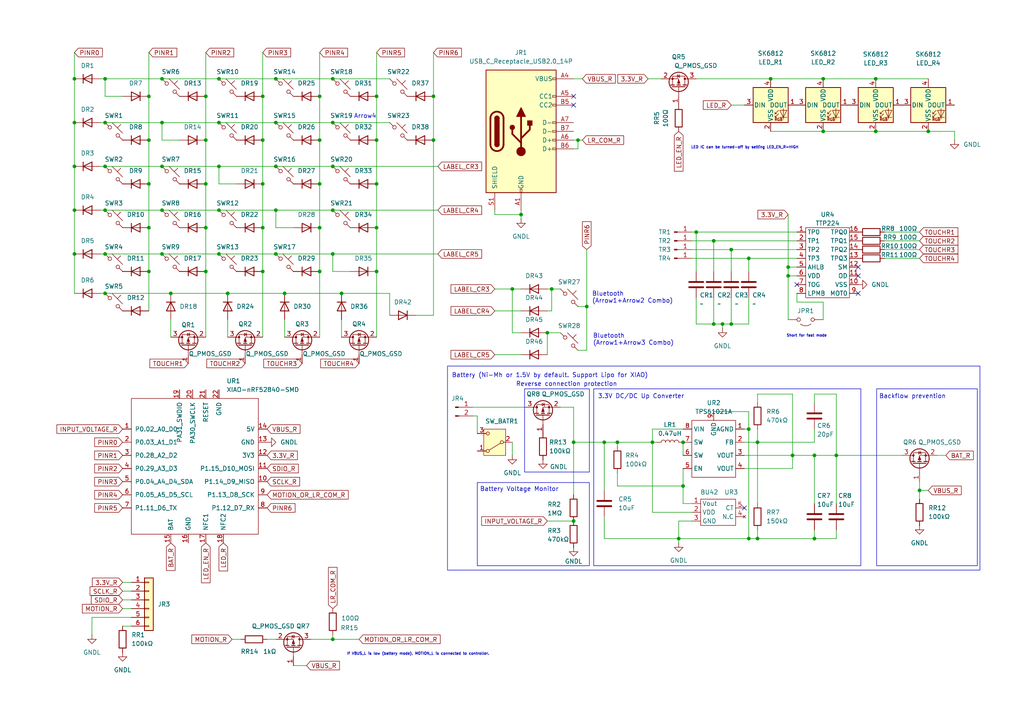
<source format=kicad_sch>
(kicad_sch (version 20231120) (generator "eeschema") (generator_version "8.0")
  (paper "A4")
  (junction (at 212.09 72.39))
  (junction (at 269.24 38.1))
  (junction (at 76.2 66.04))
  (junction (at 66.04 85.09))
  (junction (at 158.75 96.52))
  (junction (at 30.48 48.26))
  (junction (at 43.18 66.04))
  (junction (at 151.13 62.23))
  (junction (at 223.52 22.86))
  (junction (at 219.71 128.27))
  (junction (at 166.37 128.27))
  (junction (at 179.07 128.27))
  (junction (at 76.2 27.94))
  (junction (at 198.12 140.97))
  (junction (at 80.01 60.96))
  (junction (at 96.52 73.66))
  (junction (at 219.71 156.21))
  (junction (at 76.2 40.64))
  (junction (at 209.55 93.98))
  (junction (at 148.59 83.82))
  (junction (at 43.18 78.74))
  (junction (at 109.22 66.04))
  (junction (at 175.26 128.27))
  (junction (at 59.69 53.34))
  (junction (at 21.59 48.26))
  (junction (at 238.76 22.86))
  (junction (at 43.18 53.34))
  (junction (at 125.73 40.64))
  (junction (at 266.7 142.24))
  (junction (at 125.73 27.94))
  (junction (at 76.2 78.74))
  (junction (at 167.64 40.64))
  (junction (at 80.01 48.26))
  (junction (at 92.71 40.64))
  (junction (at 59.69 40.64))
  (junction (at 160.02 83.82))
  (junction (at 212.09 93.98))
  (junction (at 96.52 185.42))
  (junction (at 198.12 128.27))
  (junction (at 21.59 22.86))
  (junction (at 166.37 151.13))
  (junction (at 228.6 80.01))
  (junction (at 46.99 35.56))
  (junction (at 254 22.86))
  (junction (at 46.99 60.96))
  (junction (at 80.01 22.86))
  (junction (at 59.69 66.04))
  (junction (at 63.5 48.26))
  (junction (at 254 38.1))
  (junction (at 43.18 27.94))
  (junction (at 207.01 93.98))
  (junction (at 59.69 27.94))
  (junction (at 30.48 60.96))
  (junction (at 96.52 22.86))
  (junction (at 82.55 85.09))
  (junction (at 59.69 78.74))
  (junction (at 109.22 53.34))
  (junction (at 109.22 27.94))
  (junction (at 242.57 132.08))
  (junction (at 99.06 85.09))
  (junction (at 207.01 69.85))
  (junction (at 46.99 48.26))
  (junction (at 92.71 78.74))
  (junction (at 43.18 40.64))
  (junction (at 92.71 66.04))
  (junction (at 30.48 85.09))
  (junction (at 201.93 67.31))
  (junction (at 21.59 73.66))
  (junction (at 63.5 22.86))
  (junction (at 109.22 78.74))
  (junction (at 96.52 60.96))
  (junction (at 76.2 53.34))
  (junction (at 63.5 60.96))
  (junction (at 236.22 132.08))
  (junction (at 46.99 22.86))
  (junction (at 30.48 22.86))
  (junction (at 80.01 73.66))
  (junction (at 236.22 156.21))
  (junction (at 217.17 124.46))
  (junction (at 170.18 88.9))
  (junction (at 63.5 35.56))
  (junction (at 92.71 27.94))
  (junction (at 49.53 85.09))
  (junction (at 228.6 77.47))
  (junction (at 30.48 73.66))
  (junction (at 189.23 128.27))
  (junction (at 63.5 73.66))
  (junction (at 196.85 156.21))
  (junction (at 109.22 40.64))
  (junction (at 238.76 38.1))
  (junction (at 217.17 156.21))
  (junction (at 92.71 53.34))
  (junction (at 229.87 132.08))
  (junction (at 96.52 48.26))
  (junction (at 217.17 74.93))
  (junction (at 21.59 35.56))
  (junction (at 80.01 35.56))
  (junction (at 46.99 73.66))
  (junction (at 96.52 35.56))
  (junction (at 30.48 35.56))
  (junction (at 21.59 60.96))
  (no_connect (at 166.37 27.94))
  (no_connect (at 248.92 80.01))
  (no_connect (at 248.92 85.09))
  (no_connect (at 231.14 82.55))
  (no_connect (at 248.92 77.47))
  (no_connect (at 166.37 30.48))
  (no_connect (at 215.9 147.32))
  (bus_entry (at 577.85 109.22) (size 2.54 2.54))
  (wire (pts (xy 198.12 124.46) (xy 189.23 124.46)))
  (wire (pts (xy 256.54 72.39) (xy 266.7 72.39)))
  (wire (pts (xy 198.12 135.89) (xy 198.12 140.97)))
  (wire (pts (xy 207.01 86.36) (xy 207.01 93.98)))
  (wire (pts (xy 109.22 53.34) (xy 109.22 66.04)))
  (wire (pts (xy 179.07 128.27) (xy 189.23 128.27)))
  (wire (pts (xy 175.26 156.21) (xy 196.85 156.21)))
  (wire (pts (xy 59.69 66.04) (xy 59.69 78.74)))
  (wire (pts (xy 151.13 96.52) (xy 148.59 96.52)))
  (wire (pts (xy 219.71 156.21) (xy 236.22 156.21)))
  (wire (pts (xy 219.71 146.05) (xy 219.71 128.27)))
  (wire (pts (xy 200.66 67.31) (xy 201.93 67.31)))
  (wire (pts (xy 46.99 40.64) (xy 46.99 35.56)))
  (wire (pts (xy 158.75 151.13) (xy 166.37 151.13)))
  (wire (pts (xy 30.48 48.26) (xy 29.21 48.26)))
  (wire (pts (xy 38.1 176.53) (xy 35.56 176.53)))
  (wire (pts (xy 76.2 15.24) (xy 76.2 27.94)))
  (wire (pts (xy 269.24 142.24) (xy 266.7 142.24)))
  (wire (pts (xy 229.87 132.08) (xy 236.22 132.08)))
  (wire (pts (xy 158.75 96.52) (xy 158.75 102.87)))
  (wire (pts (xy 242.57 114.3) (xy 242.57 132.08)))
  (wire (pts (xy 229.87 114.3) (xy 229.87 132.08)))
  (wire (pts (xy 219.71 114.3) (xy 229.87 114.3)))
  (wire (pts (xy 200.66 72.39) (xy 212.09 72.39)))
  (wire (pts (xy 151.13 63.5) (xy 151.13 62.23)))
  (wire (pts (xy 59.69 27.94) (xy 59.69 40.64)))
  (wire (pts (xy 170.18 72.39) (xy 170.18 88.9)))
  (wire (pts (xy 82.55 85.09) (xy 99.06 85.09)))
  (wire (pts (xy 21.59 22.86) (xy 21.59 35.56)))
  (wire (pts (xy 242.57 132.08) (xy 242.57 146.05)))
  (wire (pts (xy 201.93 22.86) (xy 223.52 22.86)))
  (wire (pts (xy 120.65 91.44) (xy 125.73 91.44)))
  (wire (pts (xy 138.43 120.65) (xy 138.43 125.73)))
  (wire (pts (xy 30.48 73.66) (xy 46.99 73.66)))
  (wire (pts (xy 242.57 132.08) (xy 261.62 132.08)))
  (wire (pts (xy 92.71 66.04) (xy 92.71 78.74)))
  (wire (pts (xy 215.9 124.46) (xy 217.17 124.46)))
  (wire (pts (xy 168.91 40.64) (xy 167.64 40.64)))
  (wire (pts (xy 266.7 139.7) (xy 266.7 142.24)))
  (wire (pts (xy 217.17 86.36) (xy 217.17 93.98)))
  (wire (pts (xy 212.09 30.48) (xy 215.9 30.48)))
  (wire (pts (xy 66.04 85.09) (xy 82.55 85.09)))
  (wire (pts (xy 46.99 22.86) (xy 63.5 22.86)))
  (wire (pts (xy 21.59 35.56) (xy 21.59 48.26)))
  (wire (pts (xy 219.71 153.67) (xy 219.71 156.21)))
  (wire (pts (xy 276.86 40.64) (xy 276.86 38.1)))
  (wire (pts (xy 209.55 93.98) (xy 209.55 95.25)))
  (wire (pts (xy 212.09 72.39) (xy 231.14 72.39)))
  (wire (pts (xy 80.01 73.66) (xy 96.52 73.66)))
  (wire (pts (xy 228.6 80.01) (xy 231.14 80.01)))
  (wire (pts (xy 35.56 181.61) (xy 38.1 181.61)))
  (wire (pts (xy 217.17 156.21) (xy 196.85 156.21)))
  (wire (pts (xy 207.01 69.85) (xy 231.14 69.85)))
  (wire (pts (xy 166.37 128.27) (xy 175.26 128.27)))
  (wire (pts (xy 167.64 43.18) (xy 167.64 40.64)))
  (wire (pts (xy 38.1 171.45) (xy 35.56 171.45)))
  (wire (pts (xy 167.64 101.6) (xy 170.18 101.6)))
  (wire (pts (xy 158.75 90.17) (xy 160.02 90.17)))
  (wire (pts (xy 196.85 151.13) (xy 196.85 156.21)))
  (wire (pts (xy 30.48 27.94) (xy 30.48 22.86)))
  (wire (pts (xy 148.59 96.52) (xy 148.59 83.82)))
  (wire (pts (xy 223.52 22.86) (xy 238.76 22.86)))
  (wire (pts (xy 92.71 15.24) (xy 92.71 27.94)))
  (wire (pts (xy 229.87 135.89) (xy 229.87 132.08)))
  (wire (pts (xy 85.09 66.04) (xy 80.01 66.04)))
  (wire (pts (xy 236.22 114.3) (xy 236.22 116.84)))
  (wire (pts (xy 69.85 185.42) (xy 67.31 185.42)))
  (wire (pts (xy 80.01 60.96) (xy 96.52 60.96)))
  (wire (pts (xy 92.71 27.94) (xy 92.71 40.64)))
  (wire (pts (xy 238.76 22.86) (xy 254 22.86)))
  (wire (pts (xy 242.57 156.21) (xy 236.22 156.21)))
  (wire (pts (xy 212.09 72.39) (xy 212.09 78.74)))
  (wire (pts (xy 200.66 74.93) (xy 217.17 74.93)))
  (wire (pts (xy 80.01 35.56) (xy 96.52 35.56)))
  (wire (pts (xy 217.17 119.38) (xy 207.01 119.38)))
  (wire (pts (xy 96.52 35.56) (xy 113.03 35.56)))
  (wire (pts (xy 187.96 22.86) (xy 191.77 22.86)))
  (wire (pts (xy 138.43 120.65) (xy 137.16 120.65)))
  (wire (pts (xy 96.52 185.42) (xy 104.14 185.42)))
  (wire (pts (xy 30.48 48.26) (xy 46.99 48.26)))
  (wire (pts (xy 228.6 77.47) (xy 228.6 80.01)))
  (wire (pts (xy 96.52 60.96) (xy 127 60.96)))
  (wire (pts (xy 179.07 137.16) (xy 179.07 140.97)))
  (wire (pts (xy 125.73 27.94) (xy 125.73 40.64)))
  (wire (pts (xy 109.22 40.64) (xy 109.22 53.34)))
  (wire (pts (xy 179.07 140.97) (xy 198.12 140.97)))
  (wire (pts (xy 166.37 43.18) (xy 167.64 43.18)))
  (wire (pts (xy 148.59 83.82) (xy 143.51 83.82)))
  (wire (pts (xy 158.75 96.52) (xy 162.56 96.52)))
  (wire (pts (xy 254 38.1) (xy 269.24 38.1)))
  (wire (pts (xy 198.12 146.05) (xy 200.66 146.05)))
  (wire (pts (xy 21.59 48.26) (xy 21.59 60.96)))
  (wire (pts (xy 63.5 53.34) (xy 63.5 48.26)))
  (wire (pts (xy 59.69 15.24) (xy 59.69 27.94)))
  (wire (pts (xy 125.73 15.24) (xy 125.73 27.94)))
  (wire (pts (xy 26.67 179.07) (xy 38.1 179.07)))
  (wire (pts (xy 166.37 128.27) (xy 166.37 143.51)))
  (wire (pts (xy 143.51 102.87) (xy 151.13 102.87)))
  (wire (pts (xy 76.2 78.74) (xy 76.2 97.79)))
  (wire (pts (xy 76.2 53.34) (xy 76.2 66.04)))
  (wire (pts (xy 228.6 80.01) (xy 228.6 92.71)))
  (wire (pts (xy 256.54 74.93) (xy 266.7 74.93)))
  (wire (pts (xy 217.17 74.93) (xy 217.17 78.74)))
  (wire (pts (xy 276.86 38.1) (xy 269.24 38.1)))
  (wire (pts (xy 63.5 48.26) (xy 80.01 48.26)))
  (wire (pts (xy 167.64 40.64) (xy 166.37 40.64)))
  (wire (pts (xy 217.17 124.46) (xy 217.17 119.38)))
  (wire (pts (xy 63.5 60.96) (xy 80.01 60.96)))
  (wire (pts (xy 238.76 87.63) (xy 238.76 92.71)))
  (wire (pts (xy 30.48 22.86) (xy 29.21 22.86)))
  (wire (pts (xy 80.01 66.04) (xy 80.01 60.96)))
  (wire (pts (xy 143.51 60.96) (xy 143.51 62.23)))
  (wire (pts (xy 215.9 135.89) (xy 229.87 135.89)))
  (wire (pts (xy 76.2 66.04) (xy 76.2 78.74)))
  (wire (pts (xy 158.75 83.82) (xy 160.02 83.82)))
  (wire (pts (xy 46.99 48.26) (xy 63.5 48.26)))
  (wire (pts (xy 29.21 35.56) (xy 30.48 35.56)))
  (wire (pts (xy 242.57 114.3) (xy 236.22 114.3)))
  (wire (pts (xy 96.52 73.66) (xy 127 73.66)))
  (wire (pts (xy 59.69 53.34) (xy 59.69 66.04)))
  (wire (pts (xy 30.48 27.94) (xy 35.56 27.94)))
  (wire (pts (xy 201.93 67.31) (xy 231.14 67.31)))
  (wire (pts (xy 96.52 48.26) (xy 127 48.26)))
  (wire (pts (xy 236.22 132.08) (xy 242.57 132.08)))
  (wire (pts (xy 68.58 53.34) (xy 63.5 53.34)))
  (wire (pts (xy 96.52 184.15) (xy 96.52 185.42)))
  (wire (pts (xy 231.14 85.09) (xy 231.14 87.63)))
  (wire (pts (xy 148.59 132.08) (xy 148.59 128.27)))
  (wire (pts (xy 29.21 85.09) (xy 30.48 85.09)))
  (wire (pts (xy 201.93 67.31) (xy 201.93 78.74)))
  (wire (pts (xy 29.21 73.66) (xy 30.48 73.66)))
  (wire (pts (xy 228.6 62.23) (xy 228.6 77.47)))
  (wire (pts (xy 109.22 66.04) (xy 109.22 78.74)))
  (wire (pts (xy 38.1 168.91) (xy 35.56 168.91)))
  (wire (pts (xy 207.01 93.98) (xy 209.55 93.98)))
  (wire (pts (xy 113.03 85.09) (xy 99.06 85.09)))
  (wire (pts (xy 189.23 128.27) (xy 190.5 128.27)))
  (wire (pts (xy 125.73 40.64) (xy 125.73 91.44)))
  (wire (pts (xy 43.18 15.24) (xy 43.18 27.94)))
  (wire (pts (xy 109.22 15.24) (xy 109.22 27.94)))
  (wire (pts (xy 21.59 15.24) (xy 21.59 22.86)))
  (wire (pts (xy 231.14 77.47) (xy 228.6 77.47)))
  (wire (pts (xy 76.2 40.64) (xy 76.2 53.34)))
  (wire (pts (xy 92.71 40.64) (xy 92.71 53.34)))
  (wire (pts (xy 266.7 142.24) (xy 266.7 144.78)))
  (wire (pts (xy 99.06 92.71) (xy 99.06 97.79)))
  (wire (pts (xy 189.23 128.27) (xy 189.23 148.59)))
  (wire (pts (xy 88.9 193.04) (xy 85.09 193.04)))
  (wire (pts (xy 80.01 22.86) (xy 96.52 22.86)))
  (wire (pts (xy 46.99 73.66) (xy 63.5 73.66)))
  (wire (pts (xy 170.18 101.6) (xy 170.18 88.9)))
  (wire (pts (xy 21.59 60.96) (xy 21.59 73.66)))
  (wire (pts (xy 49.53 92.71) (xy 49.53 97.79)))
  (wire (pts (xy 215.9 128.27) (xy 219.71 128.27)))
  (wire (pts (xy 30.48 85.09) (xy 49.53 85.09)))
  (wire (pts (xy 236.22 132.08) (xy 236.22 146.05)))
  (wire (pts (xy 219.71 128.27) (xy 236.22 128.27)))
  (wire (pts (xy 167.64 88.9) (xy 170.18 88.9)))
  (wire (pts (xy 76.2 27.94) (xy 76.2 40.64)))
  (wire (pts (xy 63.5 22.86) (xy 80.01 22.86)))
  (wire (pts (xy 30.48 22.86) (xy 46.99 22.86)))
  (wire (pts (xy 231.14 87.63) (xy 238.76 87.63)))
  (wire (pts (xy 166.37 118.11) (xy 162.56 118.11)))
  (wire (pts (xy 254 22.86) (xy 269.24 22.86)))
  (wire (pts (xy 166.37 118.11) (xy 166.37 128.27)))
  (wire (pts (xy 238.76 38.1) (xy 254 38.1)))
  (wire (pts (xy 212.09 93.98) (xy 209.55 93.98)))
  (wire (pts (xy 217.17 74.93) (xy 231.14 74.93)))
  (wire (pts (xy 63.5 35.56) (xy 80.01 35.56)))
  (wire (pts (xy 160.02 83.82) (xy 160.02 90.17)))
  (wire (pts (xy 92.71 78.74) (xy 92.71 97.79)))
  (wire (pts (xy 26.67 179.07) (xy 26.67 184.15)))
  (wire (pts (xy 143.51 62.23) (xy 151.13 62.23)))
  (wire (pts (xy 46.99 60.96) (xy 63.5 60.96)))
  (wire (pts (xy 266.7 69.85) (xy 256.54 69.85)))
  (wire (pts (xy 175.26 149.86) (xy 175.26 156.21)))
  (wire (pts (xy 236.22 156.21) (xy 236.22 153.67)))
  (wire (pts (xy 30.48 35.56) (xy 46.99 35.56)))
  (wire (pts (xy 201.93 86.36) (xy 201.93 93.98)))
  (wire (pts (xy 242.57 153.67) (xy 242.57 156.21)))
  (wire (pts (xy 59.69 40.64) (xy 59.69 53.34)))
  (wire (pts (xy 175.26 128.27) (xy 179.07 128.27)))
  (wire (pts (xy 21.59 73.66) (xy 21.59 85.09)))
  (wire (pts (xy 49.53 85.09) (xy 66.04 85.09)))
  (wire (pts (xy 38.1 173.99) (xy 35.56 173.99)))
  (wire (pts (xy 66.04 92.71) (xy 66.04 97.79)))
  (wire (pts (xy 217.17 93.98) (xy 212.09 93.98)))
  (wire (pts (xy 219.71 124.46) (xy 219.71 128.27)))
  (wire (pts (xy 196.85 151.13) (xy 200.66 151.13)))
  (wire (pts (xy 160.02 83.82) (xy 162.56 83.82)))
  (wire (pts (xy 215.9 132.08) (xy 229.87 132.08)))
  (wire (pts (xy 219.71 114.3) (xy 219.71 116.84)))
  (wire (pts (xy 137.16 118.11) (xy 152.4 118.11)))
  (wire (pts (xy 200.66 69.85) (xy 207.01 69.85)))
  (wire (pts (xy 219.71 156.21) (xy 217.17 156.21)))
  (wire (pts (xy 189.23 124.46) (xy 189.23 128.27)))
  (wire (pts (xy 43.18 66.04) (xy 43.18 78.74)))
  (wire (pts (xy 256.54 67.31) (xy 266.7 67.31)))
  (wire (pts (xy 151.13 83.82) (xy 148.59 83.82)))
  (wire (pts (xy 46.99 35.56) (xy 63.5 35.56)))
  (wire (pts (xy 200.66 148.59) (xy 189.23 148.59)))
  (wire (pts (xy 92.71 53.34) (xy 92.71 66.04)))
  (wire (pts (xy 52.07 40.64) (xy 46.99 40.64)))
  (wire (pts (xy 151.13 62.23) (xy 151.13 60.96)))
  (wire (pts (xy 43.18 40.64) (xy 43.18 53.34)))
  (wire (pts (xy 82.55 92.71) (xy 82.55 97.79)))
  (wire (pts (xy 151.13 90.17) (xy 143.51 90.17)))
  (wire (pts (xy 113.03 91.44) (xy 113.03 85.09)))
  (wire (pts (xy 109.22 27.94) (xy 109.22 40.64)))
  (wire (pts (xy 77.47 185.42) (xy 80.01 185.42)))
  (wire (pts (xy 30.48 60.96) (xy 46.99 60.96)))
  (wire (pts (xy 59.69 78.74) (xy 59.69 97.79)))
  (wire (pts (xy 271.78 132.08) (xy 274.32 132.08)))
  (wire (pts (xy 96.52 78.74) (xy 101.6 78.74)))
  (wire (pts (xy 80.01 48.26) (xy 96.52 48.26)))
  (wire (pts (xy 217.17 124.46) (xy 217.17 156.21)))
  (wire (pts (xy 207.01 69.85) (xy 207.01 78.74)))
  (wire (pts (xy 201.93 93.98) (xy 207.01 93.98)))
  (wire (pts (xy 43.18 27.94) (xy 43.18 40.64)))
  (wire (pts (xy 90.17 185.42) (xy 96.52 185.42)))
  (wire (pts (xy 175.26 128.27) (xy 175.26 142.24)))
  (wire (pts (xy 96.52 22.86) (xy 113.03 22.86)))
  (wire (pts (xy 63.5 73.66) (xy 80.01 73.66)))
  (wire (pts (xy 168.91 22.86) (xy 166.37 22.86)))
  (wire (pts (xy 96.52 73.66) (xy 96.52 78.74)))
  (wire (pts (xy 43.18 53.34) (xy 43.18 66.04)))
  (wire (pts (xy 179.07 129.54) (xy 179.07 128.27)))
  (wire (pts (xy 223.52 38.1) (xy 238.76 38.1)))
  (wire (pts (xy 236.22 128.27) (xy 236.22 124.46)))
  (wire (pts (xy 43.18 78.74) (xy 43.18 90.17)))
  (wire (pts (xy 196.85 156.21) (xy 196.85 157.48)))
  (wire (pts (xy 109.22 78.74) (xy 109.22 97.79)))
  (wire (pts (xy 212.09 86.36) (xy 212.09 93.98)))
  (wire (pts (xy 198.12 140.97) (xy 198.12 146.05)))
  (wire (pts (xy 198.12 128.27) (xy 198.12 132.08)))
  (wire (pts (xy 29.21 60.96) (xy 30.48 60.96)))
  (rectangle (start 138.43 139.954) (end 170.942 164.084))
  (rectangle (start 254.254 112.776) (end 283.464 164.084))
  (rectangle (start 129.794 106.172) (end 284.226 165.354))
  (rectangle (start 172.212 112.776) (end 249.682 164.084))
  (rectangle (start 152.146 112.776) (end 170.942 136.906))
  (text "If VBUS_L is low (battery mode), MOTION_L is connected to controller." (at 100.584 189.738 0) (effects (font (size 0.762 0.762)) (justify left)))
  (text "Battery (Ni-Mh or 1.5V by default. Support Lipo for XIAO)" (at 159.512 108.966 0) (effects (font (size 1.27 1.27))))
  (text "Bluetooth\n(Arrow1+Arrow2 Combo)" (at 171.704 86.36 0) (effects (font (size 1.27 1.27)) (justify left)))
  (text "Short for fast mode" (at 228.092 97.028 0) (effects (font (size 0.762 0.762)) (justify left top)))
  (text "Arrow4" (at 105.918 33.782 0) (effects (font (size 1.27 1.27))))
  (text "Bluetooth\n(Arrow1+Arrow3 Combo)" (at 171.958 98.552 0) (effects (font (size 1.27 1.27)) (justify left)))
  (text "3.3V DC/DC Up Converter" (at 185.928 115.062 0) (effects (font (size 1.27 1.27))))
  (text "Backflow prevention" (at 264.668 115.062 0) (effects (font (size 1.27 1.27))))
  (text "Reverse connection protection" (at 164.338 111.506 0) (effects (font (size 1.27 1.27))))
  (text "LED IC can be turned-off by setting LED_EN_R=HIGH" (at 200.406 42.418 0) (effects (font (size 0.762 0.762)) (justify left top)))
  (text "Battery Voltage Monitor" (at 150.622 141.986 0) (effects (font (size 1.27 1.27))))
  (global_label "3.3V_R" (shape input) (at 35.56 168.91 180) (property "Intersheetrefs" "${INTERSHEET_REFS}" (effects (hide yes))))
  (global_label "TOUCHR3" (shape input) (at 87.63 105.41 180) (property "Intersheetrefs" "${INTERSHEET_REFS}" (effects (hide yes))))
  (global_label "TOUCHR4" (shape input) (at 266.7 74.93 0) (property "Intersheetrefs" "${INTERSHEET_REFS}" (effects (hide yes))))
  (global_label "TOUCHR1" (shape input) (at 54.61 105.41 180) (property "Intersheetrefs" "${INTERSHEET_REFS}" (effects (hide yes))))
  (global_label "LABEL_CR5" (shape input) (at 127 73.66 0) (property "Intersheetrefs" "${INTERSHEET_REFS}" (effects (hide yes))))
  (global_label "SDIO_R" (shape input) (at 35.56 173.99 180) (property "Intersheetrefs" "${INTERSHEET_REFS}" (effects (hide yes))))
  (global_label "PINR5" (shape input) (at 35.56 147.32 180) (property "Intersheetrefs" "${INTERSHEET_REFS}" (effects (hide yes))))
  (global_label "LABEL_CR3" (shape input) (at 143.51 83.82 180) (property "Intersheetrefs" "${INTERSHEET_REFS}" (effects (hide yes))))
  (global_label "MOTION_OR_LR_COM_R" (shape input) (at 104.14 185.42 0) (property "Intersheetrefs" "${INTERSHEET_REFS}" (effects (hide yes))))
  (global_label "LR_COM_R" (shape input) (at 168.91 40.64 0) (property "Intersheetrefs" "${INTERSHEET_REFS}" (effects (hide yes))))
  (global_label "TOUCHR2" (shape input) (at 71.12 105.41 180) (property "Intersheetrefs" "${INTERSHEET_REFS}" (effects (hide yes))))
  (global_label "LABEL_CR4" (shape input) (at 143.51 90.17 180) (property "Intersheetrefs" "${INTERSHEET_REFS}" (effects (hide yes))))
  (global_label "MOTION_R" (shape input) (at 35.56 176.53 180) (property "Intersheetrefs" "${INTERSHEET_REFS}" (effects (hide yes))))
  (global_label "TOUCHR3" (shape input) (at 266.7 72.39 0) (property "Intersheetrefs" "${INTERSHEET_REFS}" (effects (hide yes))))
  (global_label "VBUS_R" (shape input) (at 77.47 124.46 0) (property "Intersheetrefs" "${INTERSHEET_REFS}" (effects (hide yes))))
  (global_label "PINR3" (shape input) (at 76.2 15.24 0) (property "Intersheetrefs" "${INTERSHEET_REFS}" (effects (hide yes))))
  (global_label "SCLK_R" (shape input) (at 77.47 139.7 0) (property "Intersheetrefs" "${INTERSHEET_REFS}" (effects (hide yes))))
  (global_label "PINR5" (shape input) (at 109.22 15.24 0) (property "Intersheetrefs" "${INTERSHEET_REFS}" (effects (hide yes))))
  (global_label "LABEL_CR4" (shape input) (at 127 60.96 0) (property "Intersheetrefs" "${INTERSHEET_REFS}" (effects (hide yes))))
  (global_label "3.3V_R" (shape input) (at 228.6 62.23 180) (property "Intersheetrefs" "${INTERSHEET_REFS}" (effects (hide yes))))
  (global_label "LR_COM_R" (shape input) (at 96.52 176.53 90) (property "Intersheetrefs" "${INTERSHEET_REFS}" (effects (hide yes))))
  (global_label "3.3V_R" (shape input) (at 77.47 132.08 0) (property "Intersheetrefs" "${INTERSHEET_REFS}" (effects (hide yes))))
  (global_label "LED_EN_R" (shape input) (at 196.85 38.1 270) (property "Intersheetrefs" "${INTERSHEET_REFS}" (effects (hide yes))))
  (global_label "PINR0" (shape input) (at 35.56 128.27 180) (property "Intersheetrefs" "${INTERSHEET_REFS}" (effects (hide yes))))
  (global_label "LED_EN_R" (shape input) (at 59.69 157.48 270) (property "Intersheetrefs" "${INTERSHEET_REFS}" (effects (hide yes))))
  (global_label "SDIO_R" (shape input) (at 77.47 135.89 0) (property "Intersheetrefs" "${INTERSHEET_REFS}" (effects (hide yes))))
  (global_label "PINR0" (shape input) (at 21.59 15.24 0) (property "Intersheetrefs" "${INTERSHEET_REFS}" (effects (hide yes))))
  (global_label "PINR6" (shape input) (at 170.18 72.39 90) (property "Intersheetrefs" "${INTERSHEET_REFS}" (effects (hide yes))))
  (global_label "PINR6" (shape input) (at 125.73 15.24 0) (property "Intersheetrefs" "${INTERSHEET_REFS}" (effects (hide yes))))
  (global_label "INPUT_VOLTAGE_R" (shape input) (at 35.56 124.46 180) (property "Intersheetrefs" "${INTERSHEET_REFS}" (effects (hide yes))))
  (global_label "MOTION_R" (shape input) (at 67.31 185.42 180) (property "Intersheetrefs" "${INTERSHEET_REFS}" (effects (hide yes))))
  (global_label "SCLK_R" (shape input) (at 35.56 171.45 180) (property "Intersheetrefs" "${INTERSHEET_REFS}" (effects (hide yes))))
  (global_label "TOUCHR4" (shape input) (at 104.14 105.41 180) (property "Intersheetrefs" "${INTERSHEET_REFS}" (effects (hide yes))))
  (global_label "BAT_R" (shape input) (at 274.32 132.08 0) (property "Intersheetrefs" "${INTERSHEET_REFS}" (effects (hide yes))))
  (global_label "TOUCHR1" (shape input) (at 266.7 67.31 0) (property "Intersheetrefs" "${INTERSHEET_REFS}" (effects (hide yes))))
  (global_label "LABEL_CR5" (shape input) (at 143.51 102.87 180) (property "Intersheetrefs" "${INTERSHEET_REFS}" (effects (hide yes))))
  (global_label "VBUS_R" (shape input) (at 269.24 142.24 0) (property "Intersheetrefs" "${INTERSHEET_REFS}" (effects (hide yes))))
  (global_label "LABEL_CR3" (shape input) (at 127 48.26 0) (property "Intersheetrefs" "${INTERSHEET_REFS}" (effects (hide yes))))
  (global_label "BAT_R" (shape input) (at 49.53 157.48 270) (property "Intersheetrefs" "${INTERSHEET_REFS}" (effects (hide yes))))
  (global_label "3.3V_R" (shape input) (at 187.96 22.86 180) (property "Intersheetrefs" "${INTERSHEET_REFS}" (effects (hide yes))))
  (global_label "MOTION_OR_LR_COM_R" (shape input) (at 77.47 143.51 0) (property "Intersheetrefs" "${INTERSHEET_REFS}" (effects (hide yes))))
  (global_label "PINR6" (shape input) (at 77.47 147.32 0) (property "Intersheetrefs" "${INTERSHEET_REFS}" (effects (hide yes))))
  (global_label "VBUS_R" (shape input) (at 168.91 22.86 0) (property "Intersheetrefs" "${INTERSHEET_REFS}" (effects (hide yes))))
  (global_label "VBUS_R" (shape input) (at 88.9 193.04 0) (property "Intersheetrefs" "${INTERSHEET_REFS}" (effects (hide yes))))
  (global_label "TOUCHR2" (shape input) (at 266.7 69.85 0) (property "Intersheetrefs" "${INTERSHEET_REFS}" (effects (hide yes))))
  (global_label "PINR1" (shape input) (at 35.56 132.08 180) (property "Intersheetrefs" "${INTERSHEET_REFS}" (effects (hide yes))))
  (global_label "PINR4" (shape input) (at 92.71 15.24 0) (property "Intersheetrefs" "${INTERSHEET_REFS}" (effects (hide yes))))
  (global_label "PINR4" (shape input) (at 35.56 143.51 180) (property "Intersheetrefs" "${INTERSHEET_REFS}" (effects (hide yes))))
  (global_label "INPUT_VOLTAGE_R" (shape input) (at 158.75 151.13 180) (property "Intersheetrefs" "${INTERSHEET_REFS}" (effects (hide yes))))
  (global_label "PINR1" (shape input) (at 43.18 15.24 0) (property "Intersheetrefs" "${INTERSHEET_REFS}" (effects (hide yes))))
  (global_label "LED_R" (shape input) (at 212.09 30.48 180) (property "Intersheetrefs" "${INTERSHEET_REFS}" (effects (hide yes))))
  (global_label "LED_R" (shape input) (at 64.77 157.48 270) (property "Intersheetrefs" "${INTERSHEET_REFS}" (effects (hide yes))))
  (global_label "PINR2" (shape input) (at 35.56 135.89 180) (property "Intersheetrefs" "${INTERSHEET_REFS}" (effects (hide yes))))
  (global_label "PINR3" (shape input) (at 35.56 139.7 180) (property "Intersheetrefs" "${INTERSHEET_REFS}" (effects (hide yes))))
  (global_label "PINR2" (shape input) (at 59.69 15.24 0) (property "Intersheetrefs" "${INTERSHEET_REFS}" (effects (hide yes))))
  (symbol (lib_id "Connector:Conn_01x01_Pin") (at 195.58 69.85 0) (unit 1)
    (property "Reference" "TR2" (at 192.786 69.85 0))
    (property "Value" "Conn_01x01_Pin" (effects (hide yes)))
    (property "Footprint" "MountingHole:MountingHole_2.2mm_M2_Pad" (effects (hide yes)))
    (property "Description" "Generic connector, single row, 01x01, script generated" (effects (hide yes)))
  )
  (symbol (lib_id "Switch:SW_SPDT") (at 143.51 128.27 180) (unit 1)
    (property "Reference" "SW_BATR1" (at 145.542 122.174 0))
    (property "Value" "SW_SPDT" (effects (hide yes)))
    (property "Footprint" "0_dya-kbd:MK-12C02-G015" (effects (hide yes)))
    (property "Description" "Switch, single pole double throw" (effects (hide yes)))
    (property "LCSC" "C2890358" (effects (hide yes)))
  )
  (symbol (lib_id "Device:C") (at 175.26 146.05 0) (unit 1)
    (property "Reference" "CR5" (at 179.324 144.78 0) (effects (justify left)))
    (property "Value" "10uF" (at 179.324 147.32 0) (effects (justify left)))
    (property "Footprint" "Capacitor_SMD:C_0805_2012Metric" (effects (hide yes)))
    (property "Description" "Unpolarized capacitor" (effects (hide yes)))
    (property "LCSC" "C15850" (effects (hide yes)))
  )
  (symbol (lib_id "Device:D") (at 88.9 53.34 0) (unit 1)
    (property "Reference" "DR27" (at 88.9 49.53 0))
    (property "Value" "D" (effects (hide yes)))
    (property "Footprint" "Diode_SMD:D_SOD-123" (effects (hide yes)))
    (property "Description" "Diode" (effects (hide yes)))
    (property "Sim.Device" "D" (effects (hide yes)))
    (property "Sim.Pins" "1=K 2=A" (effects (hide yes)))
    (property "LCSC" "C81598" (effects (hide yes)))
  )
  (symbol (lib_id "Device:C") (at 201.93 82.55 0) (unit 1)
    (property "Reference" "CR1" (at 202.946 85.598 0) (effects (justify left)))
    (property "Value" "~" (at 202.946 88.138 0) (effects (justify left)))
    (property "Footprint" "Capacitor_SMD:C_0805_2012Metric" (effects (hide yes)))
    (property "Description" "Unpolarized capacitor" (effects (hide yes)))
  )
  (symbol (lib_id "Connector:Conn_01x01_Pin") (at 195.58 74.93 0) (unit 1)
    (property "Reference" "TR4" (at 192.786 74.93 0))
    (property "Value" "Conn_01x01_Pin" (effects (hide yes)))
    (property "Footprint" "Connector_Wire:SolderWirePad_1x01_SMD_1x2mm" (effects (hide yes)))
    (property "Description" "Generic connector, single row, 01x01, script generated" (effects (hide yes)))
  )
  (symbol (lib_id "Switch:SW_Push_45deg") (at 49.53 50.8 0) (unit 1)
    (property "Reference" "SWR7" (at 49.53 46.228 0))
    (property "Value" "SW_Push_45deg" (effects (hide yes)))
    (property "Footprint" "0_dya-kbd:Kailh-PG1353-Hotswap-1U" (effects (hide yes)))
    (property "Description" "Push button switch, normally open, two pins, 45° tilted" (effects (hide yes)))
    (property "LCSC" "C5333465" (effects (hide yes)))
  )
  (symbol (lib_id "Connector_Generic:Conn_01x06") (at 43.18 173.99 0) (unit 1)
    (property "Reference" "JR3" (at 45.72 175.2599 0) (effects (justify left)))
    (property "Value" "Conn_01x04" (effects (hide yes)))
    (property "Footprint" "0_dya-kbd:JUSHUO-AFH34-S06FIA-1H" (effects (hide yes)))
    (property "Description" "Generic connector, single row, 01x06, script generated (kicad-library-utils/schlib/autogen/connector/)" (effects (hide yes)))
    (property "LCSC" "C5139821" (effects (hide yes)))
  )
  (symbol (lib_id "0_dya-kbd:BU42") (at 208.28 148.59 0) (unit 1)
    (property "Reference" "UR3" (at 212.09 142.748 0))
    (property "Value" "BU42" (at 205.74 142.748 0))
    (property "Footprint" "0_dya-kbd:BU42XX" (effects (hide yes)))
    (property "Datasheet" "https://jlcpcb.com/parts/componentSearch?searchTxt=BU4210G-TR" (effects (hide yes)))
    (property "LCSC" "C2066584" (effects (hide yes)))
  )
  (symbol (lib_id "Switch:SW_Push_45deg") (at 33.02 50.8 0) (unit 1)
    (property "Reference" "SWR2" (at 33.02 46.228 0))
    (property "Value" "SW_Push_45deg" (effects (hide yes)))
    (property "Footprint" "0_dya-kbd:Kailh-PG1353-Hotswap-1U" (effects (hide yes)))
    (property "Description" "Push button switch, normally open, two pins, 45° tilted" (effects (hide yes)))
    (property "LCSC" "C5333465" (effects (hide yes)))
  )
  (symbol (lib_id "Jumper:Jumper_2_Open") (at 233.68 92.71 180) (unit 1) (exclude_from_sim yes)
    (property "Reference" "JPR1" (at 233.68 90.17 0))
    (property "Value" "Jumper_2_Open" (effects (hide yes)))
    (property "Footprint" "Jumper:SolderJumper-2_P1.3mm_Open_RoundedPad1.0x1.5mm" (effects (hide yes)))
    (property "Description" "Jumper, 2-pole, open" (effects (hide yes)))
  )
  (symbol (lib_id "Device:D") (at 154.94 90.17 0) (unit 1)
    (property "Reference" "DR44" (at 154.94 86.36 0))
    (property "Value" "D" (effects (hide yes)))
    (property "Footprint" "Diode_SMD:D_SOD-123" (effects (hide yes)))
    (property "Description" "Diode" (effects (hide yes)))
    (property "Sim.Device" "D" (effects (hide yes)))
    (property "Sim.Pins" "1=K 2=A" (effects (hide yes)))
    (property "LCSC" "C81598" (effects (hide yes)))
  )
  (symbol (lib_id "Device:R") (at 196.85 34.29 180) (unit 1)
    (property "Reference" "RR5" (at 190.5 34.29 90))
    (property "Value" "100Ω" (at 193.04 34.29 90))
    (property "Footprint" "Resistor_SMD:R_0805_2012Metric" (effects (hide yes)))
    (property "Description" "Resistor" (effects (hide yes)))
    (property "LCSC" "C17408" (effects (hide yes)))
  )
  (symbol (lib_id "Switch:SW_Push_45deg") (at 33.02 63.5 0) (unit 1)
    (property "Reference" "SWR3" (at 33.02 58.928 0))
    (property "Value" "SW_Push_45deg" (effects (hide yes)))
    (property "Footprint" "0_dya-kbd:Kailh-PG1353-Hotswap-1U" (effects (hide yes)))
    (property "Description" "Push button switch, normally open, two pins, 45° tilted" (effects (hide yes)))
    (property "LCSC" "C5333465" (effects (hide yes)))
  )
  (symbol (lib_id "Device:D") (at 39.37 27.94 180) (unit 1)
    (property "Reference" "DR7" (at 39.37 24.13 0))
    (property "Value" "D" (effects (hide yes)))
    (property "Footprint" "Diode_SMD:D_SOD-123" (effects (hide yes)))
    (property "Description" "Diode" (effects (hide yes)))
    (property "Sim.Device" "D" (effects (hide yes)))
    (property "Sim.Pins" "1=K 2=A" (effects (hide yes)))
    (property "LCSC" "C81598" (effects (hide yes)))
  )
  (symbol (lib_id "Device:Q_PMOS_GSD") (at 266.7 134.62 90) (unit 1)
    (property "Reference" "QR6" (at 263.906 128.27 90))
    (property "Value" "Q_PMOS_GSD" (at 272.542 128.27 90))
    (property "Footprint" "Package_TO_SOT_SMD:SOT-23" (effects (hide yes)))
    (property "Description" "P-MOSFET transistor, gate/source/drain" (effects (hide yes)))
    (property "LCSC" "C15127" (effects (hide yes)))
  )
  (symbol (lib_id "power:GND") (at 35.56 189.23 0) (unit 1)
    (property "Reference" "#GNDR012" (effects (hide yes)))
    (property "Value" "GNDL" (at 35.56 194.31 0))
    (property "Description" "Power symbol creates a global label with name \"GND\" , ground" (effects (hide yes)))
  )
  (symbol (lib_id "Device:R") (at 35.56 185.42 180) (unit 1)
    (property "Reference" "RR1" (at 38.1 184.1499 0) (effects (justify right)))
    (property "Value" "100kΩ" (at 38.1 186.6899 0) (effects (justify right)))
    (property "Footprint" "Resistor_SMD:R_0805_2012Metric" (effects (hide yes)))
    (property "Description" "Resistor" (effects (hide yes)))
    (property "LCSC" "C149504" (effects (hide yes)))
  )
  (symbol (lib_id "Switch:SW_Push_45deg") (at 165.1 86.36 0) (unit 1)
    (property "Reference" "SWR27" (at 165.1 81.788 0))
    (property "Value" "SW_Push_45deg" (effects (hide yes)))
    (property "Footprint" "0_dya-kbd:Push_PTS636SM43SMTR" (effects (hide yes)))
    (property "Description" "Push button switch, normally open, two pins, 45° tilted" (effects (hide yes)))
  )
  (symbol (lib_id "Device:C") (at 212.09 82.55 0) (unit 1)
    (property "Reference" "CR3" (at 213.106 85.598 0) (effects (justify left)))
    (property "Value" "~" (at 213.106 88.138 0) (effects (justify left)))
    (property "Footprint" "Capacitor_SMD:C_0805_2012Metric" (effects (hide yes)))
    (property "Description" "Unpolarized capacitor" (effects (hide yes)))
  )
  (symbol (lib_id "Device:C") (at 236.22 149.86 0) (unit 1)
    (property "Reference" "CR7" (at 236.982 143.764 0) (effects (justify left)))
    (property "Value" "10uF" (at 236.982 146.304 0) (effects (justify left)))
    (property "Footprint" "Capacitor_SMD:C_0805_2012Metric" (effects (hide yes)))
    (property "Description" "Unpolarized capacitor" (effects (hide yes)))
    (property "LCSC" "C15850" (effects (hide yes)))
  )
  (symbol (lib_id "LED:SK6812MINI") (at 238.76 30.48 0) (unit 1)
    (property "Reference" "LED_R2" (at 238.76 18.034 0))
    (property "Value" "SK6812" (at 238.76 15.494 0))
    (property "Footprint" "0_dya-kbd:LED_SK6812MINI-E_BL" (effects (hide yes)))
    (property "Datasheet" "https://cdn-shop.adafruit.com/product-files/2686/SK6812MINI_REV.01-1-2.pdf" (effects (hide yes)))
    (property "Description" "RGB LED with integrated controller" (effects (hide yes)))
    (property "LCSC" "C5149201" (effects (hide yes)))
  )
  (symbol (lib_id "Device:D") (at 55.88 40.64 180) (unit 1)
    (property "Reference" "DR14" (at 55.88 36.83 0))
    (property "Value" "D" (effects (hide yes)))
    (property "Footprint" "Diode_SMD:D_SOD-123" (effects (hide yes)))
    (property "Description" "Diode" (effects (hide yes)))
    (property "Sim.Device" "D" (effects (hide yes)))
    (property "Sim.Pins" "1=K 2=A" (effects (hide yes)))
    (property "LCSC" "C81598" (effects (hide yes)))
  )
  (symbol (lib_id "Switch:SW_Push_45deg") (at 82.55 50.8 0) (unit 1)
    (property "Reference" "SWR16" (at 82.55 46.228 0))
    (property "Value" "SW_Push_45deg" (effects (hide yes)))
    (property "Footprint" "0_dya-kbd:Kailh-PG1353-Hotswap-1U" (effects (hide yes)))
    (property "Description" "Push button switch, normally open, two pins, 45° tilted" (effects (hide yes)))
    (property "LCSC" "C5333465" (effects (hide yes)))
  )
  (symbol (lib_id "Device:R") (at 266.7 148.59 0) (unit 1)
    (property "Reference" "RR12" (at 269.24 147.3199 0) (effects (justify left)))
    (property "Value" "100kΩ" (at 269.24 149.8599 0) (effects (justify left)))
    (property "Footprint" "Resistor_SMD:R_0805_2012Metric" (effects (hide yes)))
    (property "Description" "Resistor" (effects (hide yes)))
    (property "LCSC" "C149504" (effects (hide yes)))
  )
  (symbol (lib_id "Switch:SW_Push_45deg") (at 82.55 25.4 0) (unit 1)
    (property "Reference" "SWR14" (at 82.55 20.828 0))
    (property "Value" "SW_Push_45deg" (effects (hide yes)))
    (property "Footprint" "0_dya-kbd:Kailh-PG1353-Hotswap-1U" (effects (hide yes)))
    (property "Description" "Push button switch, normally open, two pins, 45° tilted" (effects (hide yes)))
    (property "LCSC" "C5333465" (effects (hide yes)))
  )
  (symbol (lib_id "Device:R") (at 252.73 72.39 270) (unit 1)
    (property "Reference" "RR10" (at 258.064 71.374 90))
    (property "Value" "100Ω" (at 263.398 71.374 90))
    (property "Footprint" "Resistor_SMD:R_0805_2012Metric" (effects (hide yes)))
    (property "Description" "Resistor" (effects (hide yes)))
    (property "LCSC" "C17408" (effects (hide yes)))
  )
  (symbol (lib_id "Connector:Conn_01x01_Pin") (at 195.58 67.31 0) (unit 1)
    (property "Reference" "TR1" (at 192.786 67.31 0))
    (property "Value" "Conn_01x01_Pin" (effects (hide yes)))
    (property "Footprint" "MountingHole:MountingHole_2.2mm_M2_Pad" (effects (hide yes)))
    (property "Description" "Generic connector, single row, 01x01, script generated" (effects (hide yes)))
  )
  (symbol (lib_id "Device:D") (at 105.41 78.74 180) (unit 1)
    (property "Reference" "DR35" (at 105.41 74.93 0))
    (property "Value" "D" (effects (hide yes)))
    (property "Footprint" "Diode_SMD:D_SOD-123" (effects (hide yes)))
    (property "Description" "Diode" (effects (hide yes)))
    (property "Sim.Device" "D" (effects (hide yes)))
    (property "Sim.Pins" "1=K 2=A" (effects (hide yes)))
    (property "LCSC" "C81598" (effects (hide yes)))
  )
  (symbol (lib_id "power:GND") (at 276.86 40.64 0) (unit 1)
    (property "Reference" "#GNDR09" (effects (hide yes)))
    (property "Value" "GNDL" (at 279.4 41.9099 0) (effects (justify left)))
    (property "Description" "Power symbol creates a global label with name \"GND\" , ground" (effects (hide yes)))
  )
  (symbol (lib_id "Device:D") (at 39.37 40.64 0) (unit 1)
    (property "Reference" "DR8" (at 39.37 36.83 0))
    (property "Value" "D" (effects (hide yes)))
    (property "Footprint" "Diode_SMD:D_SOD-123" (effects (hide yes)))
    (property "Description" "Diode" (effects (hide yes)))
    (property "Sim.Device" "D" (effects (hide yes)))
    (property "Sim.Pins" "1=K 2=A" (effects (hide yes)))
    (property "LCSC" "C81598" (effects (hide yes)))
  )
  (symbol (lib_id "Switch:SW_Push_45deg") (at 99.06 25.4 0) (unit 1)
    (property "Reference" "SWR18" (at 99.06 20.828 0))
    (property "Value" "SW_Push_45deg" (effects (hide yes)))
    (property "Footprint" "0_dya-kbd:Kailh-PG1353-Hotswap-1U" (effects (hide yes)))
    (property "Description" "Push button switch, normally open, two pins, 45° tilted" (effects (hide yes)))
    (property "LCSC" "C5333465" (effects (hide yes)))
  )
  (symbol (lib_id "Device:R") (at 219.71 149.86 0) (unit 1)
    (property "Reference" "RR7" (at 222.25 148.5899 0) (effects (justify left)))
    (property "Value" "150kΩ" (at 222.25 151.1299 0) (effects (justify left)))
    (property "Footprint" "Resistor_SMD:R_0805_2012Metric" (effects (hide yes)))
    (property "Description" "Resistor" (effects (hide yes)))
    (property "LCSC" "C17470" (effects (hide yes)))
  )
  (symbol (lib_id "Device:R") (at 166.37 147.32 0) (unit 1)
    (property "Reference" "RR2" (at 158.75 146.304 0) (effects (justify left)))
    (property "Value" "1MΩ" (at 158.75 148.844 0) (effects (justify left)))
    (property "Footprint" "Resistor_SMD:R_0805_2012Metric" (effects (hide yes)))
    (property "Description" "Resistor" (effects (hide yes)))
    (property "LCSC" "C17514" (effects (hide yes)))
  )
  (symbol (lib_id "Device:R") (at 166.37 154.94 0) (unit 1)
    (property "Reference" "RR3" (at 158.75 153.924 0) (effects (justify left)))
    (property "Value" "470kΩ" (at 158.75 156.464 0) (effects (justify left)))
    (property "Footprint" "Resistor_SMD:R_0805_2012Metric" (effects (hide yes)))
    (property "Description" "Resistor" (effects (hide yes)))
    (property "LCSC" "C17709" (effects (hide yes)))
  )
  (symbol (lib_id "Device:C") (at 236.22 120.65 0) (unit 1)
    (property "Reference" "CR6" (at 236.982 123.444 0) (effects (justify left)))
    (property "Value" "20pF" (at 236.982 125.984 0) (effects (justify left)))
    (property "Footprint" "Capacitor_SMD:C_0805_2012Metric" (effects (hide yes)))
    (property "Description" "Unpolarized capacitor" (effects (hide yes)))
    (property "LCSC" "C1798" (effects (hide yes)))
  )
  (symbol (lib_id "Device:D") (at 72.39 27.94 0) (unit 1)
    (property "Reference" "DR19" (at 72.39 24.13 0))
    (property "Value" "D" (effects (hide yes)))
    (property "Footprint" "Diode_SMD:D_SOD-123" (effects (hide yes)))
    (property "Description" "Diode" (effects (hide yes)))
    (property "Sim.Device" "D" (effects (hide yes)))
    (property "Sim.Pins" "1=K 2=A" (effects (hide yes)))
    (property "LCSC" "C81598" (effects (hide yes)))
  )
  (symbol (lib_id "Device:D") (at 55.88 53.34 0) (unit 1)
    (property "Reference" "DR15" (at 55.88 49.53 0))
    (property "Value" "D" (effects (hide yes)))
    (property "Footprint" "Diode_SMD:D_SOD-123" (effects (hide yes)))
    (property "Description" "Diode" (effects (hide yes)))
    (property "Sim.Device" "D" (effects (hide yes)))
    (property "Sim.Pins" "1=K 2=A" (effects (hide yes)))
    (property "LCSC" "C81598" (effects (hide yes)))
  )
  (symbol (lib_id "Device:D") (at 154.94 83.82 0) (unit 1)
    (property "Reference" "DR43" (at 154.94 80.01 0))
    (property "Value" "D" (effects (hide yes)))
    (property "Footprint" "Diode_SMD:D_SOD-123" (effects (hide yes)))
    (property "Description" "Diode" (effects (hide yes)))
    (property "Sim.Device" "D" (effects (hide yes)))
    (property "Sim.Pins" "1=K 2=A" (effects (hide yes)))
    (property "LCSC" "C81598" (effects (hide yes)))
  )
  (symbol (lib_id "Device:R") (at 219.71 120.65 0) (unit 1)
    (property "Reference" "RR6" (at 222.25 119.3799 0) (effects (justify left)))
    (property "Value" "470kΩ" (at 222.25 121.9199 0) (effects (justify left)))
    (property "Footprint" "Resistor_SMD:R_0805_2012Metric" (effects (hide yes)))
    (property "Description" "Resistor" (effects (hide yes)))
    (property "LCSC" "C17709" (effects (hide yes)))
  )
  (symbol (lib_id "Device:R") (at 73.66 185.42 270) (unit 1)
    (property "Reference" "RR14" (at 72.39 188.976 90))
    (property "Value" "1kΩ" (at 78.232 188.976 90))
    (property "Footprint" "Resistor_SMD:R_0805_2012Metric" (effects (hide yes)))
    (property "Description" "Resistor" (effects (hide yes)))
    (property "LCSC" "C17513" (effects (hide yes)))
  )
  (symbol (lib_id "Device:D") (at 49.53 88.9 270) (unit 1)
    (property "Reference" "DR18" (at 52.07 88.8999 90) (effects (justify left)))
    (property "Value" "D" (effects (hide yes)))
    (property "Footprint" "Diode_SMD:D_SOD-123" (effects (hide yes)))
    (property "Description" "Diode" (effects (hide yes)))
    (property "Sim.Device" "D" (effects (hide yes)))
    (property "Sim.Pins" "1=K 2=A" (effects (hide yes)))
    (property "LCSC" "C81598" (effects (hide yes)))
  )
  (symbol (lib_id "0_Seeed_Studio_XIAO_Series:XIAO-nRF52840-SMD") (at 57.15 135.89 0) (unit 1)
    (property "Reference" "UR1" (at 65.6941 110.49 0) (effects (justify left)))
    (property "Value" "XIAO-nRF52840-SMD" (at 65.6941 113.03 0) (effects (justify left)))
    (property "Footprint" "0_dya-kbd:XIAO-nRF52840-SMD" (effects (hide yes)))
  )
  (symbol (lib_id "Device:D") (at 72.39 66.04 0) (unit 1)
    (property "Reference" "DR22" (at 72.39 62.23 0))
    (property "Value" "D" (effects (hide yes)))
    (property "Footprint" "Diode_SMD:D_SOD-123" (effects (hide yes)))
    (property "Description" "Diode" (effects (hide yes)))
    (property "Sim.Device" "D" (effects (hide yes)))
    (property "Sim.Pins" "1=K 2=A" (effects (hide yes)))
    (property "LCSC" "C81598" (effects (hide yes)))
  )
  (symbol (lib_id "Switch:SW_Push_45deg") (at 66.04 63.5 0) (unit 1)
    (property "Reference" "SWR12" (at 66.04 58.928 0))
    (property "Value" "SW_Push_45deg" (effects (hide yes)))
    (property "Footprint" "0_dya-kbd:Kailh-PG1353-Hotswap-1U" (effects (hide yes)))
    (property "Description" "Push button switch, normally open, two pins, 45° tilted" (effects (hide yes)))
    (property "LCSC" "C5333465" (effects (hide yes)))
  )
  (symbol (lib_id "Device:Q_PMOS_GSD") (at 54.61 100.33 90) (unit 1)
    (property "Reference" "QR1" (at 54.61 94.234 90))
    (property "Value" "Q_PMOS_GSD" (at 60.96 102.616 90))
    (property "Footprint" "Package_TO_SOT_SMD:SOT-23" (effects (hide yes)))
    (property "Description" "P-MOSFET transistor, gate/source/drain" (effects (hide yes)))
    (property "LCSC" "C15127" (effects (hide yes)))
  )
  (symbol (lib_id "Device:R") (at 252.73 74.93 270) (unit 1)
    (property "Reference" "RR11" (at 258.064 73.914 90))
    (property "Value" "100Ω" (at 263.398 73.914 90))
    (property "Footprint" "Resistor_SMD:R_0805_2012Metric" (effects (hide yes)))
    (property "Description" "Resistor" (effects (hide yes)))
    (property "LCSC" "C17408" (effects (hide yes)))
  )
  (symbol (lib_id "Switch:SW_Push_45deg") (at 49.53 63.5 0) (unit 1)
    (property "Reference" "SWR8" (at 49.53 58.928 0))
    (property "Value" "SW_Push_45deg" (effects (hide yes)))
    (property "Footprint" "0_dya-kbd:Kailh-PG1353-Hotswap-1U" (effects (hide yes)))
    (property "Description" "Push button switch, normally open, two pins, 45° tilted" (effects (hide yes)))
    (property "LCSC" "C5333465" (effects (hide yes)))
  )
  (symbol (lib_id "Switch:SW_Push_45deg") (at 99.06 50.8 0) (unit 1)
    (property "Reference" "SWR20" (at 99.06 46.228 0))
    (property "Value" "SW_Push_45deg" (effects (hide yes)))
    (property "Footprint" "0_dya-kbd:Kailh-PG1353-Hotswap-1U" (effects (hide yes)))
    (property "Description" "Push button switch, normally open, two pins, 45° tilted" (effects (hide yes)))
    (property "LCSC" "C5333465" (effects (hide yes)))
  )
  (symbol (lib_id "Device:D") (at 25.4 48.26 0) (unit 1)
    (property "Reference" "DR3" (at 25.4 44.45 0))
    (property "Value" "D" (effects (hide yes)))
    (property "Footprint" "Diode_SMD:D_SOD-123" (effects (hide yes)))
    (property "Description" "Diode" (effects (hide yes)))
    (property "Sim.Device" "D" (effects (hide yes)))
    (property "Sim.Pins" "1=K 2=A" (effects (hide yes)))
    (property "LCSC" "C81598" (effects (hide yes)))
  )
  (symbol (lib_id "power:GND") (at 166.37 158.75 0) (unit 1)
    (property "Reference" "#GNDR04" (effects (hide yes)))
    (property "Value" "GNDL" (at 166.37 162.814 0))
    (property "Description" "Power symbol creates a global label with name \"GND\" , ground" (effects (hide yes)))
  )
  (symbol (lib_id "Device:D") (at 55.88 78.74 0) (unit 1)
    (property "Reference" "DR17" (at 55.88 74.93 0))
    (property "Value" "D" (effects (hide yes)))
    (property "Footprint" "Diode_SMD:D_SOD-123" (effects (hide yes)))
    (property "Description" "Diode" (effects (hide yes)))
    (property "Sim.Device" "D" (effects (hide yes)))
    (property "Sim.Pins" "1=K 2=A" (effects (hide yes)))
    (property "LCSC" "C81598" (effects (hide yes)))
  )
  (symbol (lib_id "Device:D") (at 25.4 35.56 0) (unit 1)
    (property "Reference" "DR2" (at 25.4 31.75 0))
    (property "Value" "D" (effects (hide yes)))
    (property "Footprint" "Diode_SMD:D_SOD-123" (effects (hide yes)))
    (property "Description" "Diode" (effects (hide yes)))
    (property "Sim.Device" "D" (effects (hide yes)))
    (property "Sim.Pins" "1=K 2=A" (effects (hide yes)))
    (property "LCSC" "C81598" (effects (hide yes)))
  )
  (symbol (lib_id "Switch:SW_Push_45deg") (at 82.55 38.1 0) (unit 1)
    (property "Reference" "SWR15" (at 82.55 33.528 0))
    (property "Value" "SW_Push_45deg" (effects (hide yes)))
    (property "Footprint" "0_dya-kbd:Kailh-PG1353-Hotswap-1U" (effects (hide yes)))
    (property "Description" "Push button switch, normally open, two pins, 45° tilted" (effects (hide yes)))
    (property "LCSC" "C5333465" (effects (hide yes)))
  )
  (symbol (lib_id "power:GND") (at 26.67 184.15 0) (unit 1)
    (property "Reference" "#GNDR02" (effects (hide yes)))
    (property "Value" "GNDL" (at 26.67 189.23 0))
    (property "Description" "Power symbol creates a global label with name \"GND\" , ground" (effects (hide yes)))
  )
  (symbol (lib_id "Device:R") (at 179.07 133.35 180) (unit 1)
    (property "Reference" "RR4" (at 181.356 132.08 0) (effects (justify right)))
    (property "Value" "100kΩ" (at 181.356 134.62 0) (effects (justify right)))
    (property "Footprint" "Resistor_SMD:R_0805_2012Metric" (effects (hide yes)))
    (property "Description" "Resistor" (effects (hide yes)))
    (property "LCSC" "C149504" (effects (hide yes)))
  )
  (symbol (lib_id "Device:L") (at 194.31 128.27 90) (unit 1)
    (property "Reference" "LR1" (at 194.31 123.19 90))
    (property "Value" "0.47uH" (at 194.31 125.73 90))
    (property "Footprint" "Inductor_SMD:L_1008_2520Metric" (effects (hide yes)))
    (property "Datasheet" "MEKK2520TR47M" (effects (hide yes)))
    (property "Description" "Inductor" (effects (hide yes)))
    (property "LCSC" "C519277" (effects (hide yes)))
  )
  (symbol (lib_id "Switch:SW_Push_45deg") (at 33.02 38.1 0) (unit 1)
    (property "Reference" "SWR1" (at 33.02 33.528 0))
    (property "Value" "SW_Push_45deg" (effects (hide yes)))
    (property "Footprint" "0_dya-kbd:Kailh-PG1353-Hotswap-1U" (effects (hide yes)))
    (property "Description" "Push button switch, normally open, two pins, 45° tilted" (effects (hide yes)))
    (property "LCSC" "C5333465" (effects (hide yes)))
  )
  (symbol (lib_id "Device:D") (at 25.4 60.96 0) (unit 1)
    (property "Reference" "DR4" (at 25.4 57.15 0))
    (property "Value" "D" (effects (hide yes)))
    (property "Footprint" "Diode_SMD:D_SOD-123" (effects (hide yes)))
    (property "Description" "Diode" (effects (hide yes)))
    (property "Sim.Device" "D" (effects (hide yes)))
    (property "Sim.Pins" "1=K 2=A" (effects (hide yes)))
    (property "LCSC" "C81598" (effects (hide yes)))
  )
  (symbol (lib_id "Switch:SW_Push_45deg") (at 33.02 76.2 0) (unit 1)
    (property "Reference" "SWR4" (at 33.02 71.628 0))
    (property "Value" "SW_Push_45deg" (effects (hide yes)))
    (property "Footprint" "0_dya-kbd:Kailh-PG1353-Hotswap-1U" (effects (hide yes)))
    (property "Description" "Push button switch, normally open, two pins, 45° tilted" (effects (hide yes)))
    (property "LCSC" "C5333465" (effects (hide yes)))
  )
  (symbol (lib_id "Device:D") (at 55.88 27.94 0) (unit 1)
    (property "Reference" "DR13" (at 55.88 24.13 0))
    (property "Value" "D" (effects (hide yes)))
    (property "Footprint" "Diode_SMD:D_SOD-123" (effects (hide yes)))
    (property "Description" "Diode" (effects (hide yes)))
    (property "Sim.Device" "D" (effects (hide yes)))
    (property "Sim.Pins" "1=K 2=A" (effects (hide yes)))
    (property "LCSC" "C81598" (effects (hide yes)))
  )
  (symbol (lib_id "LED:SK6812MINI") (at 223.52 30.48 0) (unit 1)
    (property "Reference" "LED_R1" (at 223.52 18.034 0))
    (property "Value" "SK6812" (at 223.52 15.494 0))
    (property "Footprint" "0_dya-kbd:LED_SK6812MINI-E_BL" (effects (hide yes)))
    (property "Datasheet" "https://cdn-shop.adafruit.com/product-files/2686/SK6812MINI_REV.01-1-2.pdf" (effects (hide yes)))
    (property "Description" "RGB LED with integrated controller" (effects (hide yes)))
    (property "LCSC" "C5149201" (effects (hide yes)))
  )
  (symbol (lib_id "Device:D") (at 39.37 53.34 0) (unit 1)
    (property "Reference" "DR9" (at 39.37 49.53 0))
    (property "Value" "D" (effects (hide yes)))
    (property "Footprint" "Diode_SMD:D_SOD-123" (effects (hide yes)))
    (property "Description" "Diode" (effects (hide yes)))
    (property "Sim.Device" "D" (effects (hide yes)))
    (property "Sim.Pins" "1=K 2=A" (effects (hide yes)))
    (property "LCSC" "C81598" (effects (hide yes)))
  )
  (symbol (lib_id "Device:D") (at 121.92 27.94 0) (unit 1)
    (property "Reference" "DR37" (at 121.92 24.13 0))
    (property "Value" "D" (effects (hide yes)))
    (property "Footprint" "Diode_SMD:D_SOD-123" (effects (hide yes)))
    (property "Description" "Diode" (effects (hide yes)))
    (property "Sim.Device" "D" (effects (hide yes)))
    (property "Sim.Pins" "1=K 2=A" (effects (hide yes)))
    (property "LCSC" "C81598" (effects (hide yes)))
  )
  (symbol (lib_id "Device:Q_PMOS_GSD") (at 104.14 100.33 90) (unit 1)
    (property "Reference" "QR4" (at 104.14 93.98 90))
    (property "Value" "Q_PMOS_GSD" (at 110.49 102.616 90))
    (property "Footprint" "Package_TO_SOT_SMD:SOT-23" (effects (hide yes)))
    (property "Description" "P-MOSFET transistor, gate/source/drain" (effects (hide yes)))
    (property "LCSC" "C15127" (effects (hide yes)))
  )
  (symbol (lib_id "Device:D") (at 25.4 22.86 0) (unit 1)
    (property "Reference" "DR1" (at 25.4 19.05 0))
    (property "Value" "D" (effects (hide yes)))
    (property "Footprint" "Diode_SMD:D_SOD-123" (effects (hide yes)))
    (property "Description" "Diode" (effects (hide yes)))
    (property "Sim.Device" "D" (effects (hide yes)))
    (property "Sim.Pins" "1=K 2=A" (effects (hide yes)))
    (property "LCSC" "C81598" (effects (hide yes)))
  )
  (symbol (lib_id "Switch:SW_Push_45deg") (at 115.57 25.4 0) (unit 1)
    (property "Reference" "SWR22" (at 115.57 20.828 0))
    (property "Value" "SW_Push_45deg" (effects (hide yes)))
    (property "Footprint" "0_dya-kbd:Kailh-PG1353-Hotswap-1U" (effects (hide yes)))
    (property "Description" "Push button switch, normally open, two pins, 45° tilted" (effects (hide yes)))
    (property "LCSC" "C5333465" (effects (hide yes)))
  )
  (symbol (lib_id "Device:D") (at 88.9 66.04 180) (unit 1)
    (property "Reference" "DR28" (at 88.9 62.23 0))
    (property "Value" "D" (effects (hide yes)))
    (property "Footprint" "Diode_SMD:D_SOD-123" (effects (hide yes)))
    (property "Description" "Diode" (effects (hide yes)))
    (property "Sim.Device" "D" (effects (hide yes)))
    (property "Sim.Pins" "1=K 2=A" (effects (hide yes)))
    (property "LCSC" "C81598" (effects (hide yes)))
  )
  (symbol (lib_id "Device:R") (at 157.48 129.54 0) (unit 1)
    (property "Reference" "RR13" (at 159.258 128.27 0) (effects (justify left)))
    (property "Value" "100kΩ" (at 159.258 130.81 0) (effects (justify left)))
    (property "Footprint" "Resistor_SMD:R_0805_2012Metric" (effects (hide yes)))
    (property "Description" "Resistor" (effects (hide yes)))
    (property "LCSC" "C149504" (effects (hide yes)))
  )
  (symbol (lib_id "power:GND") (at 77.47 128.27 90) (unit 1)
    (property "Reference" "#GNDR01" (effects (hide yes)))
    (property "Value" "GNDL" (at 81.28 128.2699 90) (effects (justify right)))
    (property "Description" "Power symbol creates a global label with name \"GND\" , ground" (effects (hide yes)))
  )
  (symbol (lib_id "Switch:SW_Push_45deg") (at 49.53 76.2 0) (unit 1)
    (property "Reference" "SWR9" (at 49.53 71.628 0))
    (property "Value" "SW_Push_45deg" (effects (hide yes)))
    (property "Footprint" "0_dya-kbd:Kailh-PG1353-Hotswap-1U" (effects (hide yes)))
    (property "Description" "Push button switch, normally open, two pins, 45° tilted" (effects (hide yes)))
    (property "LCSC" "C5333465" (effects (hide yes)))
  )
  (symbol (lib_id "Device:D") (at 105.41 53.34 0) (unit 1)
    (property "Reference" "DR33" (at 105.41 49.53 0))
    (property "Value" "D" (effects (hide yes)))
    (property "Footprint" "Diode_SMD:D_SOD-123" (effects (hide yes)))
    (property "Description" "Diode" (effects (hide yes)))
    (property "Sim.Device" "D" (effects (hide yes)))
    (property "Sim.Pins" "1=K 2=A" (effects (hide yes)))
    (property "LCSC" "C81598" (effects (hide yes)))
  )
  (symbol (lib_id "Device:Q_PMOS_GSD") (at 87.63 100.33 90) (unit 1)
    (property "Reference" "QR3" (at 87.63 93.98 90))
    (property "Value" "Q_PMOS_GSD" (at 93.98 102.616 90))
    (property "Footprint" "Package_TO_SOT_SMD:SOT-23" (effects (hide yes)))
    (property "Description" "P-MOSFET transistor, gate/source/drain" (effects (hide yes)))
    (property "LCSC" "C15127" (effects (hide yes)))
  )
  (symbol (lib_id "Device:D") (at 154.94 96.52 0) (unit 1)
    (property "Reference" "DR45" (at 154.94 92.71 0))
    (property "Value" "D" (effects (hide yes)))
    (property "Footprint" "Diode_SMD:D_SOD-123" (effects (hide yes)))
    (property "Description" "Diode" (effects (hide yes)))
    (property "Sim.Device" "D" (effects (hide yes)))
    (property "Sim.Pins" "1=K 2=A" (effects (hide yes)))
    (property "LCSC" "C81598" (effects (hide yes)))
  )
  (symbol (lib_id "Device:D") (at 66.04 88.9 270) (unit 1)
    (property "Reference" "DR24" (at 68.58 88.8999 90) (effects (justify left)))
    (property "Value" "D" (effects (hide yes)))
    (property "Footprint" "Diode_SMD:D_SOD-123" (effects (hide yes)))
    (property "Description" "Diode" (effects (hide yes)))
    (property "Sim.Device" "D" (effects (hide yes)))
    (property "Sim.Pins" "1=K 2=A" (effects (hide yes)))
    (property "LCSC" "C81598" (effects (hide yes)))
  )
  (symbol (lib_id "Device:D") (at 105.41 40.64 0) (unit 1)
    (property "Reference" "DR32" (at 105.41 36.83 0))
    (property "Value" "D" (effects (hide yes)))
    (property "Footprint" "Diode_SMD:D_SOD-123" (effects (hide yes)))
    (property "Description" "Diode" (effects (hide yes)))
    (property "Sim.Device" "D" (effects (hide yes)))
    (property "Sim.Pins" "1=K 2=A" (effects (hide yes)))
    (property "LCSC" "C81598" (effects (hide yes)))
  )
  (symbol (lib_id "LED:SK6812MINI") (at 269.24 30.48 0) (unit 1)
    (property "Reference" "LED_R4" (at 269.24 18.288 0))
    (property "Value" "SK6812" (at 269.24 15.748 0))
    (property "Footprint" "0_dya-kbd:LED_SK6812MINI-E_BL" (effects (hide yes)))
    (property "Datasheet" "https://cdn-shop.adafruit.com/product-files/2686/SK6812MINI_REV.01-1-2.pdf" (effects (hide yes)))
    (property "Description" "RGB LED with integrated controller" (effects (hide yes)))
    (property "LCSC" "C5149201" (effects (hide yes)))
  )
  (symbol (lib_id "Device:D") (at 25.4 73.66 0) (unit 1)
    (property "Reference" "DR5" (at 25.4 69.85 0))
    (property "Value" "D" (effects (hide yes)))
    (property "Footprint" "Diode_SMD:D_SOD-123" (effects (hide yes)))
    (property "Description" "Diode" (effects (hide yes)))
    (property "Sim.Device" "D" (effects (hide yes)))
    (property "Sim.Pins" "1=K 2=A" (effects (hide yes)))
    (property "LCSC" "C81598" (effects (hide yes)))
  )
  (symbol (lib_id "Device:D") (at 121.92 40.64 0) (unit 1)
    (property "Reference" "DR38" (at 121.92 36.83 0))
    (property "Value" "D" (effects (hide yes)))
    (property "Footprint" "Diode_SMD:D_SOD-123" (effects (hide yes)))
    (property "Description" "Diode" (effects (hide yes)))
    (property "Sim.Device" "D" (effects (hide yes)))
    (property "Sim.Pins" "1=K 2=A" (effects (hide yes)))
    (property "LCSC" "C81598" (effects (hide yes)))
  )
  (symbol (lib_id "Switch:SW_Push_45deg") (at 66.04 25.4 0) (unit 1)
    (property "Reference" "SWR10" (at 66.04 20.828 0))
    (property "Value" "SW_Push_45deg" (effects (hide yes)))
    (property "Footprint" "0_dya-kbd:Kailh-PG1353-Hotswap-1U" (effects (hide yes)))
    (property "Description" "Push button switch, normally open, two pins, 45° tilted" (effects (hide yes)))
    (property "LCSC" "C5333465" (effects (hide yes)))
  )
  (symbol (lib_id "Connector:Conn_01x01_Pin") (at 195.58 72.39 0) (unit 1)
    (property "Reference" "TR3" (at 192.786 72.39 0))
    (property "Value" "Conn_01x01_Pin" (effects (hide yes)))
    (property "Footprint" "Connector_Wire:SolderWirePad_1x01_SMD_1x2mm" (effects (hide yes)))
    (property "Description" "Generic connector, single row, 01x01, script generated" (effects (hide yes)))
  )
  (symbol (lib_id "Device:C") (at 242.57 149.86 0) (unit 1)
    (property "Reference" "CR8" (at 243.078 143.764 0) (effects (justify left)))
    (property "Value" "10uF" (at 243.078 146.304 0) (effects (justify left)))
    (property "Footprint" "Capacitor_SMD:C_0805_2012Metric" (effects (hide yes)))
    (property "Description" "Unpolarized capacitor" (effects (hide yes)))
    (property "LCSC" "C15850" (effects (hide yes)))
  )
  (symbol (lib_id "Device:D") (at 116.84 91.44 180) (unit 1)
    (property "Reference" "DR42" (at 116.84 87.63 0))
    (property "Value" "D" (effects (hide yes)))
    (property "Footprint" "Diode_SMD:D_SOD-123" (effects (hide yes)))
    (property "Description" "Diode" (effects (hide yes)))
    (property "Sim.Device" "D" (effects (hide yes)))
    (property "Sim.Pins" "1=K 2=A" (effects (hide yes)))
    (property "LCSC" "C81598" (effects (hide yes)))
  )
  (symbol (lib_id "LED:SK6812MINI") (at 254 30.48 0) (unit 1)
    (property "Reference" "LED_R3" (at 254 18.288 0))
    (property "Value" "SK6812" (at 254 15.748 0))
    (property "Footprint" "0_dya-kbd:LED_SK6812MINI-E_BL" (effects (hide yes)))
    (property "Datasheet" "https://cdn-shop.adafruit.com/product-files/2686/SK6812MINI_REV.01-1-2.pdf" (effects (hide yes)))
    (property "Description" "RGB LED with integrated controller" (effects (hide yes)))
    (property "LCSC" "C5149201" (effects (hide yes)))
  )
  (symbol (lib_id "0_dya-kbd:TPS61021A") (at 207.01 130.81 0) (mirror y) (unit 1)
    (property "Reference" "UR2" (at 207.01 116.84 0))
    (property "Value" "TPS61021A" (at 207.01 119.38 0))
    (property "Footprint" "Package_SON:WSON-8-1EP_2x2mm_P0.5mm_EP0.9x1.6mm" (effects (hide yes)))
    (property "Datasheet" "https://www.ti.com/cn/lit/gpn/tps61021a" (effects (hide yes)))
    (property "LCSC" "C193037" (effects (hide yes)))
  )
  (symbol (lib_id "Device:D") (at 39.37 90.17 0) (unit 1)
    (property "Reference" "DR12" (at 39.37 86.36 0))
    (property "Value" "D" (effects (hide yes)))
    (property "Footprint" "Diode_SMD:D_SOD-123" (effects (hide yes)))
    (property "Description" "Diode" (effects (hide yes)))
    (property "Sim.Device" "D" (effects (hide yes)))
    (property "Sim.Pins" "1=K 2=A" (effects (hide yes)))
    (property "LCSC" "C81598" (effects (hide yes)))
  )
  (symbol (lib_id "0_dya-kbd:TTP224") (at 240.03 76.2 0) (unit 1)
    (property "Reference" "UR4" (at 240.03 62.23 0))
    (property "Value" "TTP224" (at 240.03 64.77 0))
    (property "Footprint" "Package_SO:SSOP-16_3.9x4.9mm_P0.635mm" (effects (hide yes)))
    (property "Datasheet" "https://jlcpcb.com/api/file/downloadByFileSystemAccessId/8588945609671774208" (effects (hide yes)))
    (property "LCSC" "C2890350" (effects (hide yes)))
  )
  (symbol (lib_id "Device:C") (at 217.17 82.55 0) (unit 1)
    (property "Reference" "CR4" (at 218.186 85.598 0) (effects (justify left)))
    (property "Value" "~" (at 218.186 88.138 0) (effects (justify left)))
    (property "Footprint" "Capacitor_SMD:C_0805_2012Metric" (effects (hide yes)))
    (property "Description" "Unpolarized capacitor" (effects (hide yes)))
  )
  (symbol (lib_id "power:GND") (at 196.85 157.48 0) (unit 1)
    (property "Reference" "#GNDR05" (effects (hide yes)))
    (property "Value" "GNDL" (at 196.85 162.56 0))
    (property "Description" "Power symbol creates a global label with name \"GND\" , ground" (effects (hide yes)))
  )
  (symbol (lib_id "Device:R") (at 252.73 67.31 270) (unit 1)
    (property "Reference" "RR8" (at 257.556 66.294 90))
    (property "Value" "100Ω" (at 263.398 66.294 90))
    (property "Footprint" "Resistor_SMD:R_0805_2012Metric" (effects (hide yes)))
    (property "Description" "Resistor" (effects (hide yes)))
    (property "LCSC" "C17408" (effects (hide yes)))
  )
  (symbol (lib_id "Device:D") (at 82.55 88.9 270) (unit 1)
    (property "Reference" "DR30" (at 85.09 88.8999 90) (effects (justify left)))
    (property "Value" "D" (effects (hide yes)))
    (property "Footprint" "Diode_SMD:D_SOD-123" (effects (hide yes)))
    (property "Description" "Diode" (effects (hide yes)))
    (property "Sim.Device" "D" (effects (hide yes)))
    (property "Sim.Pins" "1=K 2=A" (effects (hide yes)))
    (property "LCSC" "C81598" (effects (hide yes)))
  )
  (symbol (lib_id "Switch:SW_Push_45deg") (at 115.57 38.1 0) (unit 1)
    (property "Reference" "SWR23" (at 115.57 33.528 0))
    (property "Value" "SW_Push_45deg" (effects (hide yes)))
    (property "Footprint" "0_dya-kbd:Kailh-PG1353-Hotswap-1U" (effects (hide yes)))
    (property "Description" "Push button switch, normally open, two pins, 45° tilted" (effects (hide yes)))
    (property "LCSC" "C5333465" (effects (hide yes)))
  )
  (symbol (lib_id "Switch:SW_Push_45deg") (at 82.55 76.2 0) (unit 1)
    (property "Reference" "SWR17" (at 82.55 71.628 0))
    (property "Value" "SW_Push_45deg" (effects (hide yes)))
    (property "Footprint" "0_dya-kbd:Kailh-PG1353-Hotswap-1U" (effects (hide yes)))
    (property "Description" "Push button switch, normally open, two pins, 45° tilted" (effects (hide yes)))
    (property "LCSC" "C5333465" (effects (hide yes)))
  )
  (symbol (lib_id "Device:D") (at 88.9 78.74 0) (unit 1)
    (property "Reference" "DR29" (at 88.9 74.93 0))
    (property "Value" "D" (effects (hide yes)))
    (property "Footprint" "Diode_SMD:D_SOD-123" (effects (hide yes)))
    (property "Description" "Diode" (effects (hide yes)))
    (property "Sim.Device" "D" (effects (hide yes)))
    (property "Sim.Pins" "1=K 2=A" (effects (hide yes)))
    (property "LCSC" "C81598" (effects (hide yes)))
  )
  (symbol (lib_id "Device:C") (at 207.01 82.55 0) (unit 1)
    (property "Reference" "CR2" (at 208.026 85.598 0) (effects (justify left)))
    (property "Value" "~" (at 208.026 88.138 0) (effects (justify left)))
    (property "Footprint" "Capacitor_SMD:C_0805_2012Metric" (effects (hide yes)))
    (property "Description" "Unpolarized capacitor" (effects (hide yes)))
  )
  (symbol (lib_id "Device:D") (at 99.06 88.9 270) (unit 1)
    (property "Reference" "DR36" (at 101.6 88.8999 90) (effects (justify left)))
    (property "Value" "D" (effects (hide yes)))
    (property "Footprint" "Diode_SMD:D_SOD-123" (effects (hide yes)))
    (property "Description" "Diode" (effects (hide yes)))
    (property "Sim.Device" "D" (effects (hide yes)))
    (property "Sim.Pins" "1=K 2=A" (effects (hide yes)))
    (property "LCSC" "C81598" (effects (hide yes)))
  )
  (symbol (lib_id "Device:D") (at 154.94 102.87 0) (unit 1)
    (property "Reference" "DR46" (at 154.94 99.06 0))
    (property "Value" "D" (effects (hide yes)))
    (property "Footprint" "Diode_SMD:D_SOD-123" (effects (hide yes)))
    (property "Description" "Diode" (effects (hide yes)))
    (property "Sim.Device" "D" (effects (hide yes)))
    (property "Sim.Pins" "1=K 2=A" (effects (hide yes)))
    (property "LCSC" "C81598" (effects (hide yes)))
  )
  (symbol (lib_id "Device:R") (at 96.52 180.34 0) (unit 1)
    (property "Reference" "RR15" (at 101.346 182.118 0))
    (property "Value" "100Ω" (at 101.6 179.324 0))
    (property "Footprint" "Resistor_SMD:R_0805_2012Metric" (effects (hide yes)))
    (property "Description" "Resistor" (effects (hide yes)))
    (property "LCSC" "C17408" (effects (hide yes)))
  )
  (symbol (lib_id "Device:Q_PMOS_GSD") (at 85.09 187.96 270) (mirror x) (unit 1)
    (property "Reference" "QR7" (at 87.884 181.61 90))
    (property "Value" "Q_PMOS_GSD" (at 79.248 181.61 90))
    (property "Footprint" "Package_TO_SOT_SMD:SOT-23" (effects (hide yes)))
    (property "Description" "P-MOSFET transistor, gate/source/drain" (effects (hide yes)))
    (property "LCSC" "C15127" (effects (hide yes)))
  )
  (symbol (lib_id "Device:Q_PMOS_GSD") (at 71.12 100.33 90) (unit 1)
    (property "Reference" "QR2" (at 71.12 93.98 90))
    (property "Value" "Q_PMOS_GSD" (at 77.47 102.616 90))
    (property "Footprint" "Package_TO_SOT_SMD:SOT-23" (effects (hide yes)))
    (property "Description" "P-MOSFET transistor, gate/source/drain" (effects (hide yes)))
    (property "LCSC" "C15127" (effects (hide yes)))
  )
  (symbol (lib_id "Device:R") (at 252.73 69.85 270) (unit 1)
    (property "Reference" "RR9" (at 258.064 68.834 90))
    (property "Value" "100Ω" (at 263.398 68.834 90))
    (property "Footprint" "Resistor_SMD:R_0805_2012Metric" (effects (hide yes)))
    (property "Description" "Resistor" (effects (hide yes)))
    (property "LCSC" "C17408" (effects (hide yes)))
  )
  (symbol (lib_id "Device:Q_PMOS_GSD") (at 196.85 25.4 270) (mirror x) (unit 1)
    (property "Reference" "QR5" (at 194.818 16.51 90) (effects (justify left)))
    (property "Value" "Q_PMOS_GSD" (at 195.5801 19.05 90) (effects (justify left)))
    (property "Footprint" "Package_TO_SOT_SMD:SOT-23" (effects (hide yes)))
    (property "Description" "P-MOSFET transistor, gate/source/drain" (effects (hide yes)))
    (property "LCSC" "C15127" (effects (hide yes)))
  )
  (symbol (lib_id "Device:D") (at 39.37 78.74 0) (unit 1)
    (property "Reference" "DR11" (at 39.37 74.93 0))
    (property "Value" "D" (effects (hide yes)))
    (property "Footprint" "Diode_SMD:D_SOD-123" (effects (hide yes)))
    (property "Description" "Diode" (effects (hide yes)))
    (property "Sim.Device" "D" (effects (hide yes)))
    (property "Sim.Pins" "1=K 2=A" (effects (hide yes)))
    (property "LCSC" "C81598" (effects (hide yes)))
  )
  (symbol (lib_id "Switch:SW_Push_45deg") (at 165.1 99.06 0) (unit 1)
    (property "Reference" "SWR28" (at 165.1 94.488 0))
    (property "Value" "SW_Push_45deg" (effects (hide yes)))
    (property "Footprint" "0_dya-kbd:Push_PTS636SM43SMTR" (effects (hide yes)))
    (property "Description" "Push button switch, normally open, two pins, 45° tilted" (effects (hide yes)))
  )
  (symbol (lib_id "Switch:SW_Push_45deg") (at 99.06 63.5 0) (unit 1)
    (property "Reference" "SWR21" (at 99.06 58.928 0))
    (property "Value" "SW_Push_45deg" (effects (hide yes)))
    (property "Footprint" "0_dya-kbd:Kailh-PG1353-Hotswap-1U" (effects (hide yes)))
    (property "Description" "Push button switch, normally open, two pins, 45° tilted" (effects (hide yes)))
    (property "LCSC" "C5333465" (effects (hide yes)))
  )
  (symbol (lib_id "Device:D") (at 72.39 40.64 0) (unit 1)
    (property "Reference" "DR20" (at 72.39 36.83 0))
    (property "Value" "D" (effects (hide yes)))
    (property "Footprint" "Diode_SMD:D_SOD-123" (effects (hide yes)))
    (property "Description" "Diode" (effects (hide yes)))
    (property "Sim.Device" "D" (effects (hide yes)))
    (property "Sim.Pins" "1=K 2=A" (effects (hide yes)))
    (property "LCSC" "C81598" (effects (hide yes)))
  )
  (symbol (lib_id "Device:Q_PMOS_GSD") (at 157.48 120.65 90) (unit 1)
    (property "Reference" "QR8" (at 154.686 114.3 90))
    (property "Value" "Q_PMOS_GSD" (at 163.322 114.3 90))
    (property "Footprint" "Package_TO_SOT_SMD:SOT-23" (effects (hide yes)))
    (property "Description" "P-MOSFET transistor, gate/source/drain" (effects (hide yes)))
    (property "LCSC" "C144153" (effects (hide yes)))
  )
  (symbol (lib_id "Device:D") (at 105.41 66.04 0) (unit 1)
    (property "Reference" "DR34" (at 105.41 62.23 0))
    (property "Value" "D" (effects (hide yes)))
    (property "Footprint" "Diode_SMD:D_SOD-123" (effects (hide yes)))
    (property "Description" "Diode" (effects (hide yes)))
    (property "Sim.Device" "D" (effects (hide yes)))
    (property "Sim.Pins" "1=K 2=A" (effects (hide yes)))
    (property "LCSC" "C81598" (effects (hide yes)))
  )
  (symbol (lib_id "Device:D") (at 39.37 66.04 0) (unit 1)
    (property "Reference" "DR10" (at 39.37 62.23 0))
    (property "Value" "D" (effects (hide yes)))
    (property "Footprint" "Diode_SMD:D_SOD-123" (effects (hide yes)))
    (property "Description" "Diode" (effects (hide yes)))
    (property "Sim.Device" "D" (effects (hide yes)))
    (property "Sim.Pins" "1=K 2=A" (effects (hide yes)))
    (property "LCSC" "C81598" (effects (hide yes)))
  )
  (symbol (lib_id "power:GND") (at 151.13 63.5 0) (unit 1)
    (property "Reference" "#GNDR010" (effects (hide yes)))
    (property "Value" "GNDL" (at 151.13 68.58 0))
    (property "Description" "Power symbol creates a global label with name \"GND\" , ground" (effects (hide yes)))
  )
  (symbol (lib_id "Connector:USB_C_Receptacle_USB2.0_14P") (at 151.13 38.1 0) (unit 1)
    (property "Reference" "JR1" (at 151.13 15.24 0))
    (property "Value" "USB_C_Receptacle_USB2.0_14P" (at 151.13 17.78 0))
    (property "Footprint" "Connector_USB:USB_C_Receptacle_G-Switch_GT-USB-7010ASV" (effects (hide yes)))
    (property "Datasheet" "https://www.usb.org/sites/default/files/documents/usb_type-c.zip" (effects (hide yes)))
    (property "Description" "USB 2.0-only 14P Type-C Receptacle connector" (effects (hide yes)))
    (property "LCSC" "C2927038" (effects (hide yes)))
  )
  (symbol (lib_id "Device:D") (at 105.41 27.94 0) (unit 1)
    (property "Reference" "DR31" (at 105.41 24.13 0))
    (property "Value" "D" (effects (hide yes)))
    (property "Footprint" "Diode_SMD:D_SOD-123" (effects (hide yes)))
    (property "Description" "Diode" (effects (hide yes)))
    (property "Sim.Device" "D" (effects (hide yes)))
    (property "Sim.Pins" "1=K 2=A" (effects (hide yes)))
    (property "LCSC" "C81598" (effects (hide yes)))
  )
  (symbol (lib_id "power:GND") (at 148.59 132.08 0) (unit 1)
    (property "Reference" "#GNDR03" (effects (hide yes)))
    (property "Value" "GNDL" (at 148.59 137.16 0))
    (property "Description" "Power symbol creates a global label with name \"GND\" , ground" (effects (hide yes)))
  )
  (symbol (lib_id "Switch:SW_Push_45deg") (at 49.53 25.4 0) (unit 1)
    (property "Reference" "SWR6" (at 49.53 20.828 0))
    (property "Value" "SW_Push_45deg" (effects (hide yes)))
    (property "Footprint" "0_dya-kbd:Kailh-PG1353-Hotswap-1U" (effects (hide yes)))
    (property "Description" "Push button switch, normally open, two pins, 45° tilted" (effects (hide yes)))
    (property "LCSC" "C5333465" (effects (hide yes)))
  )
  (symbol (lib_id "Device:D") (at 55.88 66.04 0) (unit 1)
    (property "Reference" "DR16" (at 55.88 62.23 0))
    (property "Value" "D" (effects (hide yes)))
    (property "Footprint" "Diode_SMD:D_SOD-123" (effects (hide yes)))
    (property "Description" "Diode" (effects (hide yes)))
    (property "Sim.Device" "D" (effects (hide yes)))
    (property "Sim.Pins" "1=K 2=A" (effects (hide yes)))
    (property "LCSC" "C81598" (effects (hide yes)))
  )
  (symbol (lib_id "Switch:SW_Push_45deg") (at 66.04 38.1 0) (unit 1)
    (property "Reference" "SWR11" (at 66.04 33.528 0))
    (property "Value" "SW_Push_45deg" (effects (hide yes)))
    (property "Footprint" "0_dya-kbd:Kailh-PG1353-Hotswap-1U" (effects (hide yes)))
    (property "Description" "Push button switch, normally open, two pins, 45° tilted" (effects (hide yes)))
    (property "LCSC" "C5333465" (effects (hide yes)))
  )
  (symbol (lib_id "power:GND") (at 157.48 133.35 0) (unit 1)
    (property "Reference" "#GNDR011" (effects (hide yes)))
    (property "Value" "GNDL" (at 162.052 135.382 0))
    (property "Description" "Power symbol creates a global label with name \"GND\" , ground" (effects (hide yes)))
  )
  (symbol (lib_id "Device:D") (at 88.9 27.94 0) (unit 1)
    (property "Reference" "DR25" (at 88.9 24.13 0))
    (property "Value" "D" (effects (hide yes)))
    (property "Footprint" "Diode_SMD:D_SOD-123" (effects (hide yes)))
    (property "Description" "Diode" (effects (hide yes)))
    (property "Sim.Device" "D" (effects (hide yes)))
    (property "Sim.Pins" "1=K 2=A" (effects (hide yes)))
    (property "LCSC" "C81598" (effects (hide yes)))
  )
  (symbol (lib_id "power:GND") (at 266.7 152.4 0) (unit 1)
    (property "Reference" "#GNDR08" (effects (hide yes)))
    (property "Value" "GNDL" (at 266.7 157.48 0))
    (property "Description" "Power symbol creates a global label with name \"GND\" , ground" (effects (hide yes)))
  )
  (symbol (lib_id "Device:D") (at 25.4 85.09 0) (unit 1)
    (property "Reference" "DR6" (at 25.4 81.28 0))
    (property "Value" "D" (effects (hide yes)))
    (property "Footprint" "Diode_SMD:D_SOD-123" (effects (hide yes)))
    (property "Description" "Diode" (effects (hide yes)))
    (property "Sim.Device" "D" (effects (hide yes)))
    (property "Sim.Pins" "1=K 2=A" (effects (hide yes)))
    (property "LCSC" "C81598" (effects (hide yes)))
  )
  (symbol (lib_id "Device:D") (at 72.39 53.34 180) (unit 1)
    (property "Reference" "DR21" (at 72.39 49.53 0))
    (property "Value" "D" (effects (hide yes)))
    (property "Footprint" "Diode_SMD:D_SOD-123" (effects (hide yes)))
    (property "Description" "Diode" (effects (hide yes)))
    (property "Sim.Device" "D" (effects (hide yes)))
    (property "Sim.Pins" "1=K 2=A" (effects (hide yes)))
    (property "LCSC" "C81598" (effects (hide yes)))
  )
  (symbol (lib_id "Switch:SW_Push_45deg") (at 33.02 87.63 0) (unit 1)
    (property "Reference" "SWR5" (at 33.02 83.058 0))
    (property "Value" "SW_Push_45deg" (effects (hide yes)))
    (property "Footprint" "0_dya-kbd:Kailh-PG1353-Hotswap-1U" (effects (hide yes)))
    (property "Description" "Push button switch, normally open, two pins, 45° tilted" (effects (hide yes)))
    (property "LCSC" "C5333465" (effects (hide yes)))
  )
  (symbol (lib_id "Device:D") (at 88.9 40.64 0) (unit 1)
    (property "Reference" "DR26" (at 88.9 36.83 0))
    (property "Value" "D" (effects (hide yes)))
    (property "Footprint" "Diode_SMD:D_SOD-123" (effects (hide yes)))
    (property "Description" "Diode" (effects (hide yes)))
    (property "Sim.Device" "D" (effects (hide yes)))
    (property "Sim.Pins" "1=K 2=A" (effects (hide yes)))
    (property "LCSC" "C81598" (effects (hide yes)))
  )
  (symbol (lib_id "Switch:SW_Push_45deg") (at 99.06 38.1 0) (unit 1)
    (property "Reference" "SWR19" (at 99.06 33.528 0))
    (property "Value" "SW_Push_45deg" (effects (hide yes)))
    (property "Footprint" "0_dya-kbd:Kailh-PG1353-Hotswap-1U" (effects (hide yes)))
    (property "Description" "Push button switch, normally open, two pins, 45° tilted" (effects (hide yes)))
    (property "LCSC" "C5333465" (effects (hide yes)))
  )
  (symbol (lib_id "power:GND") (at 209.55 95.25 0) (unit 1)
    (property "Reference" "#GNDR06" (effects (hide yes)))
    (property "Value" "GNDL" (at 209.55 100.33 0))
    (property "Description" "Power symbol creates a global label with name \"GND\" , ground" (effects (hide yes)))
  )
  (symbol (lib_id "Switch:SW_Push_45deg") (at 66.04 76.2 0) (unit 1)
    (property "Reference" "SWR13" (at 66.04 71.628 0))
    (property "Value" "SW_Push_45deg" (effects (hide yes)))
    (property "Footprint" "0_dya-kbd:Kailh-PG1353-Hotswap-1U" (effects (hide yes)))
    (property "Description" "Push button switch, normally open, two pins, 45° tilted" (effects (hide yes)))
    (property "LCSC" "C5333465" (effects (hide yes)))
  )
  (symbol (lib_id "Device:D") (at 72.39 78.74 0) (unit 1)
    (property "Reference" "DR23" (at 72.39 74.93 0))
    (property "Value" "D" (effects (hide yes)))
    (property "Footprint" "Diode_SMD:D_SOD-123" (effects (hide yes)))
    (property "Description" "Diode" (effects (hide yes)))
    (property "Sim.Device" "D" (effects (hide yes)))
    (property "Sim.Pins" "1=K 2=A" (effects (hide yes)))
    (property "LCSC" "C81598" (effects (hide yes)))
  )
  (symbol (lib_id "power:GND") (at 248.92 82.55 90) (unit 1)
    (property "Reference" "#GNDR07" (effects (hide yes)))
    (property "Value" "GNDL" (at 252.73 82.5499 90) (effects (justify right)))
    (property "Description" "Power symbol creates a global label with name \"GND\" , ground" (effects (hide yes)))
  )
  (symbol (lib_id "Connector:Conn_01x02_Pin") (at 132.08 118.11 0) (unit 1)
    (property "Reference" "JR4" (at 132.715 115.57 0))
    (property "Value" "Conn_01x02_Pin" (effects (hide yes)))
    (property "Footprint" "0_dya-kbd:AAA-battery" (effects (hide yes)))
    (property "Description" "Generic connector, single row, 01x02, script generated" (effects (hide yes)))
  )
)
</source>
